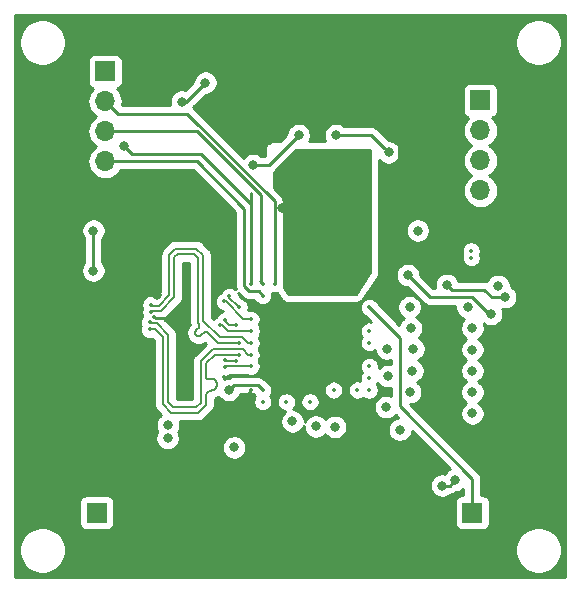
<source format=gbl>
G04 #@! TF.GenerationSoftware,KiCad,Pcbnew,(5.1.4)-1*
G04 #@! TF.CreationDate,2019-08-25T20:49:14+02:00*
G04 #@! TF.ProjectId,ToF_camera_VGA,546f465f-6361-46d6-9572-615f5647412e,rev?*
G04 #@! TF.SameCoordinates,Original*
G04 #@! TF.FileFunction,Copper,L4,Bot*
G04 #@! TF.FilePolarity,Positive*
%FSLAX46Y46*%
G04 Gerber Fmt 4.6, Leading zero omitted, Abs format (unit mm)*
G04 Created by KiCad (PCBNEW (5.1.4)-1) date 2019-08-25 20:49:14*
%MOMM*%
%LPD*%
G04 APERTURE LIST*
%ADD10R,1.700000X1.700000*%
%ADD11O,1.700000X1.700000*%
%ADD12C,0.800000*%
%ADD13C,0.350000*%
%ADD14C,0.250000*%
%ADD15C,1.000000*%
%ADD16C,0.152400*%
%ADD17C,0.200000*%
%ADD18C,0.254000*%
G04 APERTURE END LIST*
D10*
X123460000Y-86000000D03*
D11*
X126000000Y-86000000D03*
X128540000Y-86000000D03*
X131080000Y-86000000D03*
D10*
X131080000Y-88900000D03*
D11*
X131080000Y-91440000D03*
X131080000Y-93980000D03*
X131080000Y-96520000D03*
D10*
X98600000Y-123800000D03*
X99310000Y-86450000D03*
D11*
X99310000Y-88990000D03*
X99310000Y-91530000D03*
X99310000Y-94070000D03*
D10*
X130400000Y-123800000D03*
D12*
X107800000Y-87400000D03*
X105800000Y-89000000D03*
X127850000Y-121520000D03*
X128950000Y-121040000D03*
X130400000Y-115400000D03*
X130400000Y-113600000D03*
X130400000Y-111800000D03*
X130400000Y-110000000D03*
X130400000Y-108200000D03*
X130000000Y-106400000D03*
D13*
X130310000Y-101640000D03*
X130310000Y-102220000D03*
D12*
X123230000Y-112250000D03*
X132600000Y-104600000D03*
D13*
X121660000Y-112430000D03*
X120660000Y-113430000D03*
X118660000Y-113430000D03*
D12*
X110240000Y-118280000D03*
D13*
X121660000Y-109430000D03*
D12*
X125190000Y-108200000D03*
D13*
X121660000Y-113430000D03*
D12*
X125140000Y-113600000D03*
X123170000Y-109930000D03*
X125410000Y-109940000D03*
D13*
X121660000Y-108430000D03*
D12*
X125100000Y-106400000D03*
D13*
X121660000Y-111430000D03*
D12*
X125330000Y-111800000D03*
D13*
X112660000Y-114430000D03*
D12*
X117150000Y-116510000D03*
X132000000Y-106980000D03*
X124950000Y-103710000D03*
D13*
X105790000Y-110250000D03*
X105810000Y-112020000D03*
X105120000Y-107370000D03*
X103490000Y-107250000D03*
X106160000Y-104470000D03*
D12*
X107080000Y-122290000D03*
X110430000Y-122210000D03*
X115730000Y-122700000D03*
X99990000Y-103210000D03*
X103710000Y-105370000D03*
X124600000Y-95980000D03*
D13*
X111660000Y-113430000D03*
X113660000Y-111430000D03*
X114660000Y-111430000D03*
X114660000Y-112430000D03*
X115660000Y-112430000D03*
X116660000Y-112430000D03*
X117660000Y-112430000D03*
X118660000Y-112430000D03*
X119660000Y-112430000D03*
X119660000Y-114430000D03*
X118660000Y-114430000D03*
X120660000Y-114430000D03*
X121980000Y-114930000D03*
X119930000Y-115700000D03*
X120680000Y-115700000D03*
X119660000Y-111430000D03*
X118660000Y-111430000D03*
X117660000Y-111430000D03*
X116660000Y-111430000D03*
X115660000Y-111430000D03*
X115660000Y-110430000D03*
X114660000Y-110430000D03*
X113660000Y-110430000D03*
X113660000Y-109430000D03*
X114660000Y-109430000D03*
X115660000Y-109430000D03*
X116660000Y-109430000D03*
X119660000Y-110430000D03*
X118660000Y-110430000D03*
X117660000Y-110430000D03*
X116660000Y-110430000D03*
X119660000Y-109430000D03*
X118660000Y-109430000D03*
X119660000Y-108430000D03*
X118660000Y-108430000D03*
X117660000Y-109430000D03*
X117660000Y-108430000D03*
X119660000Y-106430000D03*
X118660000Y-106430000D03*
X119660000Y-107430000D03*
X118660000Y-107430000D03*
X117660000Y-106430000D03*
X117660000Y-107430000D03*
X116660000Y-106430000D03*
X116660000Y-107430000D03*
X115660000Y-106430000D03*
X115660000Y-107430000D03*
X116660000Y-108430000D03*
X115660000Y-108430000D03*
X114660000Y-108430000D03*
X113660000Y-108430000D03*
X113660000Y-107430000D03*
X114660000Y-107430000D03*
X114660000Y-106430000D03*
D12*
X108890000Y-118810000D03*
X123100000Y-114870000D03*
X124260000Y-116790000D03*
D13*
X116660000Y-114430000D03*
D12*
X118770000Y-116540000D03*
X125780000Y-99930000D03*
D13*
X121660000Y-106430000D03*
D12*
X128240000Y-104530000D03*
X133170000Y-105560000D03*
X111849998Y-94390000D03*
X115703077Y-91855414D03*
X123320000Y-93300000D03*
X118860000Y-91849998D03*
D13*
X114660000Y-104430000D03*
X115660000Y-104430000D03*
X116660000Y-104430000D03*
X117660000Y-104430000D03*
X118660000Y-104430000D03*
X119660000Y-104430000D03*
X120660000Y-104430000D03*
D12*
X114300000Y-98000000D03*
X115300000Y-98000000D03*
X116200000Y-98000000D03*
X117200000Y-98000000D03*
X118100000Y-98000000D03*
X118700000Y-98800000D03*
X116400000Y-94900000D03*
X118300000Y-94900000D03*
X115400000Y-94900000D03*
X119200000Y-94900000D03*
X117300000Y-94900000D03*
X120200000Y-94900000D03*
D13*
X112660000Y-113430000D03*
D12*
X109790000Y-113420000D03*
D13*
X111660000Y-111430000D03*
X109460000Y-111480000D03*
X110360000Y-110930000D03*
X109460000Y-110880000D03*
X110660000Y-106430000D03*
X109832133Y-105497867D03*
X111660000Y-107430000D03*
X109407867Y-105922133D03*
X111660000Y-110430000D03*
X103075002Y-107700000D03*
X110650000Y-110440000D03*
X103075002Y-108300000D03*
X110390000Y-107930000D03*
X109502133Y-107497867D03*
X111670000Y-108430000D03*
X109077867Y-107922133D03*
X111660000Y-109430000D03*
X103190000Y-106200000D03*
X110630000Y-109460000D03*
X103190000Y-106800000D03*
D12*
X98310000Y-103320000D03*
X98320000Y-99930000D03*
D13*
X111660000Y-104430000D03*
D12*
X100940000Y-92800000D03*
D13*
X113660000Y-104430000D03*
X112660000Y-104430000D03*
X112660000Y-105430000D03*
D12*
X115160000Y-116080000D03*
X104610000Y-117510000D03*
D13*
X114660000Y-114430000D03*
D12*
X104630000Y-116410000D03*
D14*
X107800000Y-87400000D02*
X106200000Y-89000000D01*
X106200000Y-89000000D02*
X105800000Y-89000000D01*
X127850000Y-121520000D02*
X128470000Y-121520000D01*
X128470000Y-121520000D02*
X128950000Y-121040000D01*
X127025685Y-105550000D02*
X130380000Y-105550000D01*
X131810000Y-106980000D02*
X132000000Y-106980000D01*
X130380000Y-105550000D02*
X131810000Y-106980000D01*
X127025685Y-105550000D02*
X126790000Y-105550000D01*
X126790000Y-105550000D02*
X124950000Y-103710000D01*
X105790000Y-110250000D02*
X105790000Y-112000000D01*
X105790000Y-112000000D02*
X105810000Y-112020000D01*
X105120000Y-107370000D02*
X103610000Y-107370000D01*
X103610000Y-107370000D02*
X103490000Y-107250000D01*
X107080000Y-122290000D02*
X110350000Y-122290000D01*
X110350000Y-122290000D02*
X110430000Y-122210000D01*
X110920000Y-122700000D02*
X110430000Y-122210000D01*
X115730000Y-122700000D02*
X110920000Y-122700000D01*
X99590001Y-103609999D02*
X99590001Y-104089999D01*
X99990000Y-103210000D02*
X99590001Y-103609999D01*
X99590001Y-104089999D02*
X100870002Y-105370000D01*
X100870002Y-105370000D02*
X103710000Y-105370000D01*
D15*
X124600000Y-87400000D02*
X126000000Y-86000000D01*
X124600000Y-95980000D02*
X124600000Y-87400000D01*
D14*
X111485001Y-121154999D02*
X110430000Y-122210000D01*
X111660000Y-113430000D02*
X111485001Y-113604999D01*
X111485001Y-113604999D02*
X111485001Y-121154999D01*
X113660000Y-111430000D02*
X114660000Y-111430000D01*
X114660000Y-112430000D02*
X115660000Y-112430000D01*
X116660000Y-112430000D02*
X117660000Y-112430000D01*
X118660000Y-112430000D02*
X119660000Y-112430000D01*
X119660000Y-114430000D02*
X118660000Y-114430000D01*
X120660000Y-114430000D02*
X121480000Y-114430000D01*
X121480000Y-114430000D02*
X121980000Y-114930000D01*
X119930000Y-115700000D02*
X120680000Y-115700000D01*
X119660000Y-111430000D02*
X118660000Y-111430000D01*
X117660000Y-111430000D02*
X116660000Y-111430000D01*
X115660000Y-111430000D02*
X115660000Y-110430000D01*
X114660000Y-110430000D02*
X113660000Y-110430000D01*
X113660000Y-109430000D02*
X114660000Y-109430000D01*
X115660000Y-109430000D02*
X116660000Y-109430000D01*
X119660000Y-110430000D02*
X118660000Y-110430000D01*
X117660000Y-110430000D02*
X116660000Y-110430000D01*
X119660000Y-109430000D02*
X118660000Y-109430000D01*
X119660000Y-108430000D02*
X118660000Y-108430000D01*
X117660000Y-109430000D02*
X117660000Y-108430000D01*
X119660000Y-106430000D02*
X118660000Y-106430000D01*
X119660000Y-107430000D02*
X118660000Y-107430000D01*
X117660000Y-106430000D02*
X117660000Y-107430000D01*
X116660000Y-106430000D02*
X116660000Y-107430000D01*
X115660000Y-106430000D02*
X115660000Y-107430000D01*
X116660000Y-108430000D02*
X115660000Y-108430000D01*
X114660000Y-108430000D02*
X113660000Y-108430000D01*
X113660000Y-107430000D02*
X114660000Y-107430000D01*
X114660000Y-106430000D02*
X114660000Y-107430000D01*
X110430000Y-122210000D02*
X110430000Y-121040000D01*
X110430000Y-121040000D02*
X108890000Y-119500000D01*
X108890000Y-119500000D02*
X108890000Y-118810000D01*
X130400000Y-120960000D02*
X130400000Y-123800000D01*
X124240000Y-114800000D02*
X130400000Y-120960000D01*
X121660000Y-106430000D02*
X124240000Y-109010000D01*
X124240000Y-109010000D02*
X124240000Y-114800000D01*
X128639999Y-104929999D02*
X131429999Y-104929999D01*
X128240000Y-104530000D02*
X128639999Y-104929999D01*
X131429999Y-104929999D02*
X132060000Y-105560000D01*
X132060000Y-105560000D02*
X133170000Y-105560000D01*
X115303078Y-92255413D02*
X115703077Y-91855414D01*
X113168491Y-94390000D02*
X115303078Y-92255413D01*
X111849998Y-94390000D02*
X113168491Y-94390000D01*
X122920001Y-92900001D02*
X122910001Y-92900001D01*
X123320000Y-93300000D02*
X122920001Y-92900001D01*
X122910001Y-92900001D02*
X121859998Y-91849998D01*
X121859998Y-91849998D02*
X118860000Y-91849998D01*
X114660000Y-103130000D02*
X114660000Y-104430000D01*
X115660000Y-104430000D02*
X115660000Y-103130000D01*
X115660000Y-103130000D02*
X114660000Y-103130000D01*
X116660000Y-104430000D02*
X116660000Y-103090000D01*
X116620000Y-103130000D02*
X115660000Y-103130000D01*
X116660000Y-103090000D02*
X116620000Y-103130000D01*
X117660000Y-104430000D02*
X117660000Y-103120000D01*
X117630000Y-103090000D02*
X116660000Y-103090000D01*
X117660000Y-103120000D02*
X117630000Y-103090000D01*
X119660000Y-104430000D02*
X119660000Y-103250000D01*
X119660000Y-103250000D02*
X119530000Y-103120000D01*
X118660000Y-103150000D02*
X118630000Y-103120000D01*
X118660000Y-104430000D02*
X118660000Y-103150000D01*
X119530000Y-103120000D02*
X118630000Y-103120000D01*
X118630000Y-103120000D02*
X117660000Y-103120000D01*
X120660000Y-104430000D02*
X120660000Y-103160000D01*
X120570000Y-103250000D02*
X119660000Y-103250000D01*
X120660000Y-103160000D02*
X120570000Y-103250000D01*
X114400000Y-98000000D02*
X115400000Y-98000000D01*
X116300000Y-98000000D02*
X117300000Y-98000000D01*
X118200000Y-98000000D02*
X119200000Y-98000000D01*
X109790000Y-113420000D02*
X110189999Y-113020001D01*
X110189999Y-113020001D02*
X112250001Y-113020001D01*
X112485001Y-113255001D02*
X112660000Y-113430000D01*
X112250001Y-113020001D02*
X112485001Y-113255001D01*
D16*
X111660000Y-111430000D02*
X111412513Y-111430000D01*
D17*
X111412513Y-111430000D02*
X111387513Y-111405000D01*
X111387513Y-111405000D02*
X109535000Y-111405000D01*
X109535000Y-111405000D02*
X109460000Y-111480000D01*
D16*
X110360000Y-110930000D02*
X110180000Y-110930000D01*
D17*
X109535000Y-110955000D02*
X109460000Y-110880000D01*
X110155000Y-110955000D02*
X109535000Y-110955000D01*
X110180000Y-110930000D02*
X110155000Y-110955000D01*
X110538200Y-106310000D02*
X109832133Y-105603934D01*
X109832133Y-105603934D02*
X109832133Y-105497867D01*
X110540000Y-106310000D02*
X110538200Y-106310000D01*
X110660000Y-106430000D02*
X110540000Y-106310000D01*
X111021800Y-107429999D02*
X109513934Y-105922133D01*
X111660000Y-107430000D02*
X111021800Y-107429999D01*
X109513934Y-105922133D02*
X109407867Y-105922133D01*
X108406800Y-109985000D02*
X107405000Y-110986800D01*
X110967512Y-109985000D02*
X108406800Y-109985000D01*
X111412513Y-110430000D02*
X110967512Y-109985000D01*
X111660000Y-110430000D02*
X111412513Y-110430000D01*
X107405000Y-110986800D02*
X107405000Y-114486800D01*
X107405000Y-114486800D02*
X106986800Y-114905000D01*
X104645000Y-108736800D02*
X103683200Y-107775000D01*
X103683200Y-107775000D02*
X103150002Y-107775000D01*
X103150002Y-107775000D02*
X103075002Y-107700000D01*
X106986800Y-114905000D02*
X105093200Y-114905000D01*
X105093200Y-114905000D02*
X104645000Y-114456800D01*
X104645000Y-114456800D02*
X104645000Y-108736800D01*
X103150002Y-108225000D02*
X103075002Y-108300000D01*
X104195000Y-108923200D02*
X103496800Y-108225000D01*
X104195000Y-114643200D02*
X104195000Y-108923200D01*
X103496800Y-108225000D02*
X103150002Y-108225000D01*
X104906800Y-115355000D02*
X104195000Y-114643200D01*
X107173200Y-115355000D02*
X104906800Y-115355000D01*
X107855000Y-114673200D02*
X107173200Y-115355000D01*
X108111465Y-113504863D02*
X108025569Y-113558835D01*
X108207217Y-113471358D02*
X108111465Y-113504863D01*
X108408832Y-113448641D02*
X108207217Y-113471358D01*
X108025569Y-113558835D02*
X107953836Y-113630568D01*
X108504584Y-113415136D02*
X108408832Y-113448641D01*
X108590480Y-113361164D02*
X108504584Y-113415136D01*
X108662213Y-113289431D02*
X108590480Y-113361164D01*
X108716185Y-113203535D02*
X108662213Y-113289431D01*
X108749690Y-113107783D02*
X108716185Y-113203535D01*
X107855000Y-112385000D02*
X107930000Y-112460000D01*
X107855000Y-111173200D02*
X107855000Y-112385000D01*
X107866359Y-113812216D02*
X107855000Y-113913024D01*
X108593200Y-110435000D02*
X107855000Y-111173200D01*
X110440000Y-110440000D02*
X110435000Y-110435000D01*
X107855000Y-113913024D02*
X107855000Y-114673200D01*
X110650000Y-110440000D02*
X110440000Y-110440000D01*
X108716185Y-112716464D02*
X108749690Y-112812216D01*
X107930000Y-112460000D02*
X108308024Y-112460000D01*
X108308024Y-112460000D02*
X108408832Y-112471358D01*
X108761048Y-112913024D02*
X108761048Y-113006976D01*
X108408832Y-112471358D02*
X108504584Y-112504863D01*
X107899864Y-113716464D02*
X107866359Y-113812216D01*
X108504584Y-112504863D02*
X108590480Y-112558835D01*
X110435000Y-110435000D02*
X108593200Y-110435000D01*
X108590480Y-112558835D02*
X108662213Y-112630568D01*
X107953836Y-113630568D02*
X107899864Y-113716464D01*
X108662213Y-112630568D02*
X108716185Y-112716464D01*
X108749690Y-112812216D02*
X108761048Y-112913024D01*
X108761048Y-113006976D02*
X108749690Y-113107783D01*
X110390000Y-107930000D02*
X109828199Y-107930000D01*
X109502133Y-107603934D02*
X109502133Y-107497867D01*
X109828199Y-107930000D02*
X109502133Y-107603934D01*
X111670000Y-108430000D02*
X109691801Y-108430000D01*
X109183934Y-107922133D02*
X109077867Y-107922133D01*
X109691801Y-108430000D02*
X109183934Y-107922133D01*
X110927513Y-108975000D02*
X110942513Y-108960000D01*
X111412513Y-109430000D02*
X111660000Y-109430000D01*
X109023200Y-108975000D02*
X110927513Y-108975000D01*
X107635000Y-107586800D02*
X109023200Y-108975000D01*
X110942513Y-108960000D02*
X111412513Y-109430000D01*
X107635000Y-102036800D02*
X107635000Y-107586800D01*
X104725000Y-101978600D02*
X105253600Y-101450000D01*
X103190000Y-106200000D02*
X103265000Y-106275000D01*
X103265000Y-106275000D02*
X103836800Y-106275000D01*
X103836800Y-106275000D02*
X104725000Y-105386800D01*
X104725000Y-105386800D02*
X104725000Y-101978600D01*
X105253600Y-101450000D02*
X107048200Y-101450000D01*
X107048200Y-101450000D02*
X107635000Y-102036800D01*
X108871800Y-109460000D02*
X110630000Y-109460000D01*
X108033528Y-108621728D02*
X108871800Y-109460000D01*
X107981005Y-108579841D02*
X108033528Y-108621728D01*
X107920479Y-108550694D02*
X107981005Y-108579841D01*
X107185000Y-108197464D02*
X107010044Y-108372419D01*
X107123092Y-108867715D02*
X107188586Y-108882664D01*
X107226885Y-108144941D02*
X107185000Y-108197464D01*
X107256032Y-108084415D02*
X107226885Y-108144941D01*
X105443200Y-101900000D02*
X106861800Y-101900000D01*
X107256032Y-107886248D02*
X107270981Y-107951742D01*
X105175000Y-105573200D02*
X105175000Y-102168200D01*
X107270981Y-107951742D02*
X107270981Y-108018921D01*
X107188586Y-108882664D02*
X107255765Y-108882664D01*
X107226885Y-107825722D02*
X107256032Y-107886248D01*
X107185000Y-107773200D02*
X107226885Y-107825722D01*
X107270981Y-108018921D02*
X107256032Y-108084415D01*
X107185000Y-102223200D02*
X107185000Y-107773200D01*
X106861800Y-101900000D02*
X107185000Y-102223200D01*
X103265000Y-106725000D02*
X104023200Y-106725000D01*
X103190000Y-106800000D02*
X103265000Y-106725000D01*
X107255765Y-108882664D02*
X107321259Y-108867715D01*
X104023200Y-106725000D02*
X105175000Y-105573200D01*
X105175000Y-102168200D02*
X105443200Y-101900000D01*
X107010044Y-108372419D02*
X106968158Y-108424942D01*
X107010044Y-108796683D02*
X107062566Y-108838568D01*
X106968158Y-108424942D02*
X106939011Y-108485468D01*
X106939011Y-108485468D02*
X106924062Y-108550962D01*
X106924062Y-108550962D02*
X106924062Y-108618141D01*
X106924062Y-108618141D02*
X106939011Y-108683635D01*
X106939011Y-108683635D02*
X106968158Y-108744161D01*
X106968158Y-108744161D02*
X107010044Y-108796683D01*
X107062566Y-108838568D02*
X107123092Y-108867715D01*
X107321259Y-108867715D02*
X107381785Y-108838568D01*
X107381785Y-108838568D02*
X107434308Y-108796683D01*
X107434308Y-108796683D02*
X107609263Y-108621727D01*
X107609263Y-108621727D02*
X107661786Y-108579841D01*
X107661786Y-108579841D02*
X107722312Y-108550694D01*
X107722312Y-108550694D02*
X107787806Y-108535745D01*
X107787806Y-108535745D02*
X107854985Y-108535745D01*
X107854985Y-108535745D02*
X107920479Y-108550694D01*
D14*
X98320000Y-103310000D02*
X98310000Y-103320000D01*
X98320000Y-99930000D02*
X98320000Y-103310000D01*
X111660000Y-104430000D02*
X111660000Y-103910000D01*
X111660000Y-96730000D02*
X111660000Y-96720000D01*
X111660000Y-97410000D02*
X111660000Y-97320000D01*
X111660000Y-97410000D02*
X111660000Y-96730000D01*
X111660000Y-97410000D02*
X111660000Y-97360000D01*
X111660000Y-97760000D02*
X111660000Y-97690000D01*
X111660000Y-103910000D02*
X111660000Y-97760000D01*
X111660000Y-97760000D02*
X111660000Y-97410000D01*
X111660000Y-97690000D02*
X107430000Y-93460000D01*
X107430000Y-93460000D02*
X101600000Y-93460000D01*
X101600000Y-93460000D02*
X100940000Y-92800000D01*
X100380000Y-90060000D02*
X100159999Y-89839999D01*
X100159999Y-89839999D02*
X99310000Y-88990000D01*
X106272821Y-90060000D02*
X100380000Y-90060000D01*
X113660000Y-97447179D02*
X106272821Y-90060000D01*
X113660000Y-104430000D02*
X113660000Y-97447179D01*
X112660000Y-104430000D02*
X112485001Y-104255001D01*
X112485001Y-104255001D02*
X112460000Y-104230000D01*
X107106410Y-91530000D02*
X100512081Y-91530000D01*
X112485001Y-104255001D02*
X112485001Y-96908591D01*
X112485001Y-96908591D02*
X107106410Y-91530000D01*
X100512081Y-91530000D02*
X99310000Y-91530000D01*
X112660000Y-105430000D02*
X112300000Y-105070000D01*
X112300000Y-105070000D02*
X111510000Y-105070000D01*
X111510000Y-105070000D02*
X111100000Y-104660000D01*
X111100000Y-104660000D02*
X111100000Y-98070000D01*
X107100000Y-94070000D02*
X99310000Y-94070000D01*
X111100000Y-98070000D02*
X107100000Y-94070000D01*
D18*
G36*
X121773000Y-103460711D02*
G01*
X120533013Y-105273000D01*
X114769998Y-105273000D01*
X114418247Y-104716061D01*
X114438872Y-104666268D01*
X114470000Y-104509778D01*
X114470000Y-104350222D01*
X114438872Y-104193732D01*
X114420000Y-104148171D01*
X114420000Y-97484504D01*
X114423676Y-97447179D01*
X114420000Y-97409854D01*
X114420000Y-97409846D01*
X114409003Y-97298193D01*
X114365546Y-97154932D01*
X114294974Y-97022903D01*
X114200001Y-96907178D01*
X114171003Y-96883380D01*
X113627000Y-96339377D01*
X113627000Y-94996880D01*
X113708492Y-94930001D01*
X113732295Y-94900997D01*
X115506293Y-93127000D01*
X121773000Y-93127000D01*
X121773000Y-103460711D01*
X121773000Y-103460711D01*
G37*
X121773000Y-103460711D02*
X120533013Y-105273000D01*
X114769998Y-105273000D01*
X114418247Y-104716061D01*
X114438872Y-104666268D01*
X114470000Y-104509778D01*
X114470000Y-104350222D01*
X114438872Y-104193732D01*
X114420000Y-104148171D01*
X114420000Y-97484504D01*
X114423676Y-97447179D01*
X114420000Y-97409854D01*
X114420000Y-97409846D01*
X114409003Y-97298193D01*
X114365546Y-97154932D01*
X114294974Y-97022903D01*
X114200001Y-96907178D01*
X114171003Y-96883380D01*
X113627000Y-96339377D01*
X113627000Y-94996880D01*
X113708492Y-94930001D01*
X113732295Y-94900997D01*
X115506293Y-93127000D01*
X121773000Y-93127000D01*
X121773000Y-103460711D01*
G36*
X138290000Y-129290000D02*
G01*
X91710000Y-129290000D01*
X91710000Y-126804495D01*
X92015000Y-126804495D01*
X92015000Y-127195505D01*
X92091282Y-127579003D01*
X92240915Y-127940250D01*
X92458149Y-128265364D01*
X92734636Y-128541851D01*
X93059750Y-128759085D01*
X93420997Y-128908718D01*
X93804495Y-128985000D01*
X94195505Y-128985000D01*
X94579003Y-128908718D01*
X94940250Y-128759085D01*
X95265364Y-128541851D01*
X95541851Y-128265364D01*
X95759085Y-127940250D01*
X95908718Y-127579003D01*
X95985000Y-127195505D01*
X95985000Y-126804495D01*
X134015000Y-126804495D01*
X134015000Y-127195505D01*
X134091282Y-127579003D01*
X134240915Y-127940250D01*
X134458149Y-128265364D01*
X134734636Y-128541851D01*
X135059750Y-128759085D01*
X135420997Y-128908718D01*
X135804495Y-128985000D01*
X136195505Y-128985000D01*
X136579003Y-128908718D01*
X136940250Y-128759085D01*
X137265364Y-128541851D01*
X137541851Y-128265364D01*
X137759085Y-127940250D01*
X137908718Y-127579003D01*
X137985000Y-127195505D01*
X137985000Y-126804495D01*
X137908718Y-126420997D01*
X137759085Y-126059750D01*
X137541851Y-125734636D01*
X137265364Y-125458149D01*
X136940250Y-125240915D01*
X136579003Y-125091282D01*
X136195505Y-125015000D01*
X135804495Y-125015000D01*
X135420997Y-125091282D01*
X135059750Y-125240915D01*
X134734636Y-125458149D01*
X134458149Y-125734636D01*
X134240915Y-126059750D01*
X134091282Y-126420997D01*
X134015000Y-126804495D01*
X95985000Y-126804495D01*
X95908718Y-126420997D01*
X95759085Y-126059750D01*
X95541851Y-125734636D01*
X95265364Y-125458149D01*
X94940250Y-125240915D01*
X94579003Y-125091282D01*
X94195505Y-125015000D01*
X93804495Y-125015000D01*
X93420997Y-125091282D01*
X93059750Y-125240915D01*
X92734636Y-125458149D01*
X92458149Y-125734636D01*
X92240915Y-126059750D01*
X92091282Y-126420997D01*
X92015000Y-126804495D01*
X91710000Y-126804495D01*
X91710000Y-122950000D01*
X97111928Y-122950000D01*
X97111928Y-124650000D01*
X97124188Y-124774482D01*
X97160498Y-124894180D01*
X97219463Y-125004494D01*
X97298815Y-125101185D01*
X97395506Y-125180537D01*
X97505820Y-125239502D01*
X97625518Y-125275812D01*
X97750000Y-125288072D01*
X99450000Y-125288072D01*
X99574482Y-125275812D01*
X99694180Y-125239502D01*
X99804494Y-125180537D01*
X99901185Y-125101185D01*
X99980537Y-125004494D01*
X100039502Y-124894180D01*
X100075812Y-124774482D01*
X100088072Y-124650000D01*
X100088072Y-122950000D01*
X100075812Y-122825518D01*
X100039502Y-122705820D01*
X99980537Y-122595506D01*
X99901185Y-122498815D01*
X99804494Y-122419463D01*
X99694180Y-122360498D01*
X99574482Y-122324188D01*
X99450000Y-122311928D01*
X97750000Y-122311928D01*
X97625518Y-122324188D01*
X97505820Y-122360498D01*
X97395506Y-122419463D01*
X97298815Y-122498815D01*
X97219463Y-122595506D01*
X97160498Y-122705820D01*
X97124188Y-122825518D01*
X97111928Y-122950000D01*
X91710000Y-122950000D01*
X91710000Y-103218061D01*
X97275000Y-103218061D01*
X97275000Y-103421939D01*
X97314774Y-103621898D01*
X97392795Y-103810256D01*
X97506063Y-103979774D01*
X97650226Y-104123937D01*
X97819744Y-104237205D01*
X98008102Y-104315226D01*
X98208061Y-104355000D01*
X98411939Y-104355000D01*
X98611898Y-104315226D01*
X98800256Y-104237205D01*
X98969774Y-104123937D01*
X99113937Y-103979774D01*
X99227205Y-103810256D01*
X99305226Y-103621898D01*
X99345000Y-103421939D01*
X99345000Y-103218061D01*
X99305226Y-103018102D01*
X99227205Y-102829744D01*
X99113937Y-102660226D01*
X99080000Y-102626289D01*
X99080000Y-100633711D01*
X99123937Y-100589774D01*
X99237205Y-100420256D01*
X99315226Y-100231898D01*
X99355000Y-100031939D01*
X99355000Y-99828061D01*
X99315226Y-99628102D01*
X99237205Y-99439744D01*
X99123937Y-99270226D01*
X98979774Y-99126063D01*
X98810256Y-99012795D01*
X98621898Y-98934774D01*
X98421939Y-98895000D01*
X98218061Y-98895000D01*
X98018102Y-98934774D01*
X97829744Y-99012795D01*
X97660226Y-99126063D01*
X97516063Y-99270226D01*
X97402795Y-99439744D01*
X97324774Y-99628102D01*
X97285000Y-99828061D01*
X97285000Y-100031939D01*
X97324774Y-100231898D01*
X97402795Y-100420256D01*
X97516063Y-100589774D01*
X97560000Y-100633711D01*
X97560001Y-102606288D01*
X97506063Y-102660226D01*
X97392795Y-102829744D01*
X97314774Y-103018102D01*
X97275000Y-103218061D01*
X91710000Y-103218061D01*
X91710000Y-88990000D01*
X97817815Y-88990000D01*
X97846487Y-89281111D01*
X97931401Y-89561034D01*
X98069294Y-89819014D01*
X98254866Y-90045134D01*
X98480986Y-90230706D01*
X98535791Y-90260000D01*
X98480986Y-90289294D01*
X98254866Y-90474866D01*
X98069294Y-90700986D01*
X97931401Y-90958966D01*
X97846487Y-91238889D01*
X97817815Y-91530000D01*
X97846487Y-91821111D01*
X97931401Y-92101034D01*
X98069294Y-92359014D01*
X98254866Y-92585134D01*
X98480986Y-92770706D01*
X98535791Y-92800000D01*
X98480986Y-92829294D01*
X98254866Y-93014866D01*
X98069294Y-93240986D01*
X97931401Y-93498966D01*
X97846487Y-93778889D01*
X97817815Y-94070000D01*
X97846487Y-94361111D01*
X97931401Y-94641034D01*
X98069294Y-94899014D01*
X98254866Y-95125134D01*
X98480986Y-95310706D01*
X98738966Y-95448599D01*
X99018889Y-95533513D01*
X99237050Y-95555000D01*
X99382950Y-95555000D01*
X99601111Y-95533513D01*
X99881034Y-95448599D01*
X100139014Y-95310706D01*
X100365134Y-95125134D01*
X100550706Y-94899014D01*
X100587595Y-94830000D01*
X106785199Y-94830000D01*
X110340001Y-98384803D01*
X110340000Y-104622677D01*
X110336324Y-104660000D01*
X110340000Y-104697322D01*
X110340000Y-104697332D01*
X110350997Y-104808985D01*
X110378095Y-104898316D01*
X110348478Y-104868699D01*
X110215812Y-104780055D01*
X110068401Y-104718995D01*
X109911911Y-104687867D01*
X109752355Y-104687867D01*
X109595865Y-104718995D01*
X109448454Y-104780055D01*
X109315788Y-104868699D01*
X109202965Y-104981522D01*
X109114321Y-105114188D01*
X109087922Y-105177922D01*
X109024188Y-105204321D01*
X108891522Y-105292965D01*
X108778699Y-105405788D01*
X108690055Y-105538454D01*
X108628995Y-105685865D01*
X108597867Y-105842355D01*
X108597867Y-106001911D01*
X108628995Y-106158401D01*
X108690055Y-106305812D01*
X108778699Y-106438478D01*
X108891522Y-106551301D01*
X109024188Y-106639945D01*
X109171599Y-106701005D01*
X109264624Y-106719509D01*
X109118454Y-106780055D01*
X108985788Y-106868699D01*
X108872965Y-106981522D01*
X108784321Y-107114188D01*
X108757922Y-107177922D01*
X108694188Y-107204321D01*
X108561522Y-107292965D01*
X108471067Y-107383420D01*
X108370000Y-107282354D01*
X108370000Y-102072905D01*
X108373556Y-102036800D01*
X108359365Y-101892715D01*
X108317337Y-101754166D01*
X108249087Y-101626480D01*
X108180253Y-101542606D01*
X108180250Y-101542603D01*
X108157237Y-101514562D01*
X108129197Y-101491550D01*
X107593458Y-100955812D01*
X107570438Y-100927762D01*
X107458520Y-100835913D01*
X107330833Y-100767663D01*
X107192285Y-100725635D01*
X107084305Y-100715000D01*
X107048200Y-100711444D01*
X107012095Y-100715000D01*
X105289694Y-100715000D01*
X105253599Y-100711445D01*
X105217504Y-100715000D01*
X105217495Y-100715000D01*
X105109515Y-100725635D01*
X104970967Y-100767663D01*
X104843280Y-100835913D01*
X104731362Y-100927762D01*
X104708346Y-100955808D01*
X104230808Y-101433346D01*
X104202763Y-101456362D01*
X104110914Y-101568280D01*
X104079806Y-101626480D01*
X104042664Y-101695967D01*
X104000635Y-101834515D01*
X103986444Y-101978600D01*
X103990001Y-102014715D01*
X103990000Y-105082353D01*
X103583562Y-105488792D01*
X103573679Y-105482188D01*
X103426268Y-105421128D01*
X103269778Y-105390000D01*
X103110222Y-105390000D01*
X102953732Y-105421128D01*
X102806321Y-105482188D01*
X102673655Y-105570832D01*
X102560832Y-105683655D01*
X102472188Y-105816321D01*
X102411128Y-105963732D01*
X102380000Y-106120222D01*
X102380000Y-106279778D01*
X102411128Y-106436268D01*
X102437527Y-106500000D01*
X102411128Y-106563732D01*
X102380000Y-106720222D01*
X102380000Y-106879778D01*
X102411128Y-107036268D01*
X102464462Y-107165027D01*
X102445834Y-107183655D01*
X102357190Y-107316321D01*
X102296130Y-107463732D01*
X102265002Y-107620222D01*
X102265002Y-107779778D01*
X102296130Y-107936268D01*
X102322529Y-108000000D01*
X102296130Y-108063732D01*
X102265002Y-108220222D01*
X102265002Y-108379778D01*
X102296130Y-108536268D01*
X102357190Y-108683679D01*
X102445834Y-108816345D01*
X102558657Y-108929168D01*
X102691323Y-109017812D01*
X102838734Y-109078872D01*
X102995224Y-109110000D01*
X103154780Y-109110000D01*
X103311233Y-109078879D01*
X103460001Y-109227648D01*
X103460000Y-114607095D01*
X103456444Y-114643200D01*
X103460000Y-114679304D01*
X103470635Y-114787284D01*
X103512663Y-114925832D01*
X103580913Y-115053519D01*
X103672762Y-115165437D01*
X103700808Y-115188454D01*
X104059060Y-115546706D01*
X103970226Y-115606063D01*
X103826063Y-115750226D01*
X103712795Y-115919744D01*
X103634774Y-116108102D01*
X103595000Y-116308061D01*
X103595000Y-116511939D01*
X103634774Y-116711898D01*
X103712795Y-116900256D01*
X103742715Y-116945034D01*
X103692795Y-117019744D01*
X103614774Y-117208102D01*
X103575000Y-117408061D01*
X103575000Y-117611939D01*
X103614774Y-117811898D01*
X103692795Y-118000256D01*
X103806063Y-118169774D01*
X103950226Y-118313937D01*
X104119744Y-118427205D01*
X104308102Y-118505226D01*
X104508061Y-118545000D01*
X104711939Y-118545000D01*
X104911898Y-118505226D01*
X105100256Y-118427205D01*
X105269774Y-118313937D01*
X105405650Y-118178061D01*
X109205000Y-118178061D01*
X109205000Y-118381939D01*
X109244774Y-118581898D01*
X109322795Y-118770256D01*
X109436063Y-118939774D01*
X109580226Y-119083937D01*
X109749744Y-119197205D01*
X109938102Y-119275226D01*
X110138061Y-119315000D01*
X110341939Y-119315000D01*
X110541898Y-119275226D01*
X110730256Y-119197205D01*
X110899774Y-119083937D01*
X111043937Y-118939774D01*
X111157205Y-118770256D01*
X111235226Y-118581898D01*
X111275000Y-118381939D01*
X111275000Y-118178061D01*
X111235226Y-117978102D01*
X111157205Y-117789744D01*
X111043937Y-117620226D01*
X110899774Y-117476063D01*
X110730256Y-117362795D01*
X110541898Y-117284774D01*
X110341939Y-117245000D01*
X110138061Y-117245000D01*
X109938102Y-117284774D01*
X109749744Y-117362795D01*
X109580226Y-117476063D01*
X109436063Y-117620226D01*
X109322795Y-117789744D01*
X109244774Y-117978102D01*
X109205000Y-118178061D01*
X105405650Y-118178061D01*
X105413937Y-118169774D01*
X105527205Y-118000256D01*
X105605226Y-117811898D01*
X105645000Y-117611939D01*
X105645000Y-117408061D01*
X105605226Y-117208102D01*
X105527205Y-117019744D01*
X105497285Y-116974966D01*
X105547205Y-116900256D01*
X105625226Y-116711898D01*
X105665000Y-116511939D01*
X105665000Y-116308061D01*
X105625226Y-116108102D01*
X105617728Y-116090000D01*
X107137095Y-116090000D01*
X107173200Y-116093556D01*
X107209305Y-116090000D01*
X107317285Y-116079365D01*
X107455833Y-116037337D01*
X107583520Y-115969087D01*
X107695438Y-115877238D01*
X107718458Y-115849188D01*
X108349193Y-115218454D01*
X108377238Y-115195438D01*
X108469087Y-115083520D01*
X108537337Y-114955833D01*
X108579365Y-114817285D01*
X108590000Y-114709305D01*
X108593556Y-114673200D01*
X108590000Y-114637095D01*
X108590000Y-114161524D01*
X108633115Y-114152318D01*
X108675915Y-114133882D01*
X108723004Y-114117405D01*
X108767968Y-114105131D01*
X108823532Y-114077406D01*
X108879825Y-114051263D01*
X108917451Y-114023765D01*
X108939417Y-114009963D01*
X108986063Y-114079774D01*
X109130226Y-114223937D01*
X109299744Y-114337205D01*
X109488102Y-114415226D01*
X109688061Y-114455000D01*
X109891939Y-114455000D01*
X110091898Y-114415226D01*
X110280256Y-114337205D01*
X110449774Y-114223937D01*
X110593937Y-114079774D01*
X110707205Y-113910256D01*
X110761159Y-113780001D01*
X111928238Y-113780001D01*
X111942188Y-113813679D01*
X112019911Y-113930000D01*
X111942188Y-114046321D01*
X111881128Y-114193732D01*
X111850000Y-114350222D01*
X111850000Y-114509778D01*
X111881128Y-114666268D01*
X111942188Y-114813679D01*
X112030832Y-114946345D01*
X112143655Y-115059168D01*
X112276321Y-115147812D01*
X112423732Y-115208872D01*
X112580222Y-115240000D01*
X112739778Y-115240000D01*
X112896268Y-115208872D01*
X113043679Y-115147812D01*
X113176345Y-115059168D01*
X113289168Y-114946345D01*
X113377812Y-114813679D01*
X113438872Y-114666268D01*
X113470000Y-114509778D01*
X113470000Y-114350222D01*
X113850000Y-114350222D01*
X113850000Y-114509778D01*
X113881128Y-114666268D01*
X113942188Y-114813679D01*
X114030832Y-114946345D01*
X114143655Y-115059168D01*
X114276321Y-115147812D01*
X114423732Y-115208872D01*
X114560168Y-115236011D01*
X114500226Y-115276063D01*
X114356063Y-115420226D01*
X114242795Y-115589744D01*
X114164774Y-115778102D01*
X114125000Y-115978061D01*
X114125000Y-116181939D01*
X114164774Y-116381898D01*
X114242795Y-116570256D01*
X114356063Y-116739774D01*
X114500226Y-116883937D01*
X114669744Y-116997205D01*
X114858102Y-117075226D01*
X115058061Y-117115000D01*
X115261939Y-117115000D01*
X115461898Y-117075226D01*
X115650256Y-116997205D01*
X115819774Y-116883937D01*
X115963937Y-116739774D01*
X116077205Y-116570256D01*
X116115000Y-116479011D01*
X116115000Y-116611939D01*
X116154774Y-116811898D01*
X116232795Y-117000256D01*
X116346063Y-117169774D01*
X116490226Y-117313937D01*
X116659744Y-117427205D01*
X116848102Y-117505226D01*
X117048061Y-117545000D01*
X117251939Y-117545000D01*
X117451898Y-117505226D01*
X117640256Y-117427205D01*
X117809774Y-117313937D01*
X117949190Y-117174521D01*
X117966063Y-117199774D01*
X118110226Y-117343937D01*
X118279744Y-117457205D01*
X118468102Y-117535226D01*
X118668061Y-117575000D01*
X118871939Y-117575000D01*
X119071898Y-117535226D01*
X119260256Y-117457205D01*
X119429774Y-117343937D01*
X119573937Y-117199774D01*
X119687205Y-117030256D01*
X119765226Y-116841898D01*
X119805000Y-116641939D01*
X119805000Y-116438061D01*
X119765226Y-116238102D01*
X119687205Y-116049744D01*
X119573937Y-115880226D01*
X119429774Y-115736063D01*
X119260256Y-115622795D01*
X119071898Y-115544774D01*
X118871939Y-115505000D01*
X118668061Y-115505000D01*
X118468102Y-115544774D01*
X118279744Y-115622795D01*
X118110226Y-115736063D01*
X117970810Y-115875479D01*
X117953937Y-115850226D01*
X117809774Y-115706063D01*
X117640256Y-115592795D01*
X117451898Y-115514774D01*
X117251939Y-115475000D01*
X117048061Y-115475000D01*
X116848102Y-115514774D01*
X116659744Y-115592795D01*
X116490226Y-115706063D01*
X116346063Y-115850226D01*
X116232795Y-116019744D01*
X116195000Y-116110989D01*
X116195000Y-115978061D01*
X116155226Y-115778102D01*
X116077205Y-115589744D01*
X115963937Y-115420226D01*
X115819774Y-115276063D01*
X115650256Y-115162795D01*
X115461898Y-115084774D01*
X115261939Y-115045000D01*
X115190513Y-115045000D01*
X115289168Y-114946345D01*
X115377812Y-114813679D01*
X115438872Y-114666268D01*
X115470000Y-114509778D01*
X115470000Y-114350222D01*
X115850000Y-114350222D01*
X115850000Y-114509778D01*
X115881128Y-114666268D01*
X115942188Y-114813679D01*
X116030832Y-114946345D01*
X116143655Y-115059168D01*
X116276321Y-115147812D01*
X116423732Y-115208872D01*
X116580222Y-115240000D01*
X116739778Y-115240000D01*
X116896268Y-115208872D01*
X117043679Y-115147812D01*
X117176345Y-115059168D01*
X117289168Y-114946345D01*
X117377812Y-114813679D01*
X117438872Y-114666268D01*
X117470000Y-114509778D01*
X117470000Y-114350222D01*
X117438872Y-114193732D01*
X117377812Y-114046321D01*
X117289168Y-113913655D01*
X117176345Y-113800832D01*
X117043679Y-113712188D01*
X116896268Y-113651128D01*
X116739778Y-113620000D01*
X116580222Y-113620000D01*
X116423732Y-113651128D01*
X116276321Y-113712188D01*
X116143655Y-113800832D01*
X116030832Y-113913655D01*
X115942188Y-114046321D01*
X115881128Y-114193732D01*
X115850000Y-114350222D01*
X115470000Y-114350222D01*
X115438872Y-114193732D01*
X115377812Y-114046321D01*
X115289168Y-113913655D01*
X115176345Y-113800832D01*
X115043679Y-113712188D01*
X114896268Y-113651128D01*
X114739778Y-113620000D01*
X114580222Y-113620000D01*
X114423732Y-113651128D01*
X114276321Y-113712188D01*
X114143655Y-113800832D01*
X114030832Y-113913655D01*
X113942188Y-114046321D01*
X113881128Y-114193732D01*
X113850000Y-114350222D01*
X113470000Y-114350222D01*
X113438872Y-114193732D01*
X113377812Y-114046321D01*
X113300089Y-113930000D01*
X113377812Y-113813679D01*
X113438872Y-113666268D01*
X113470000Y-113509778D01*
X113470000Y-113350222D01*
X117850000Y-113350222D01*
X117850000Y-113509778D01*
X117881128Y-113666268D01*
X117942188Y-113813679D01*
X118030832Y-113946345D01*
X118143655Y-114059168D01*
X118276321Y-114147812D01*
X118423732Y-114208872D01*
X118580222Y-114240000D01*
X118739778Y-114240000D01*
X118896268Y-114208872D01*
X119043679Y-114147812D01*
X119176345Y-114059168D01*
X119289168Y-113946345D01*
X119377812Y-113813679D01*
X119438872Y-113666268D01*
X119470000Y-113509778D01*
X119470000Y-113350222D01*
X119850000Y-113350222D01*
X119850000Y-113509778D01*
X119881128Y-113666268D01*
X119942188Y-113813679D01*
X120030832Y-113946345D01*
X120143655Y-114059168D01*
X120276321Y-114147812D01*
X120423732Y-114208872D01*
X120580222Y-114240000D01*
X120739778Y-114240000D01*
X120896268Y-114208872D01*
X121043679Y-114147812D01*
X121160000Y-114070089D01*
X121276321Y-114147812D01*
X121423732Y-114208872D01*
X121580222Y-114240000D01*
X121739778Y-114240000D01*
X121896268Y-114208872D01*
X122043679Y-114147812D01*
X122176345Y-114059168D01*
X122289168Y-113946345D01*
X122377812Y-113813679D01*
X122438872Y-113666268D01*
X122470000Y-113509778D01*
X122470000Y-113350222D01*
X122438872Y-113193732D01*
X122377812Y-113046321D01*
X122300089Y-112930000D01*
X122369833Y-112825620D01*
X122426063Y-112909774D01*
X122570226Y-113053937D01*
X122739744Y-113167205D01*
X122928102Y-113245226D01*
X123128061Y-113285000D01*
X123331939Y-113285000D01*
X123480001Y-113255549D01*
X123480001Y-113907125D01*
X123401898Y-113874774D01*
X123201939Y-113835000D01*
X122998061Y-113835000D01*
X122798102Y-113874774D01*
X122609744Y-113952795D01*
X122440226Y-114066063D01*
X122296063Y-114210226D01*
X122182795Y-114379744D01*
X122104774Y-114568102D01*
X122065000Y-114768061D01*
X122065000Y-114971939D01*
X122104774Y-115171898D01*
X122182795Y-115360256D01*
X122296063Y-115529774D01*
X122440226Y-115673937D01*
X122609744Y-115787205D01*
X122798102Y-115865226D01*
X122998061Y-115905000D01*
X123201939Y-115905000D01*
X123401898Y-115865226D01*
X123590256Y-115787205D01*
X123759774Y-115673937D01*
X123899455Y-115534256D01*
X124126481Y-115761282D01*
X123958102Y-115794774D01*
X123769744Y-115872795D01*
X123600226Y-115986063D01*
X123456063Y-116130226D01*
X123342795Y-116299744D01*
X123264774Y-116488102D01*
X123225000Y-116688061D01*
X123225000Y-116891939D01*
X123264774Y-117091898D01*
X123342795Y-117280256D01*
X123456063Y-117449774D01*
X123600226Y-117593937D01*
X123769744Y-117707205D01*
X123958102Y-117785226D01*
X124158061Y-117825000D01*
X124361939Y-117825000D01*
X124561898Y-117785226D01*
X124750256Y-117707205D01*
X124919774Y-117593937D01*
X125063937Y-117449774D01*
X125177205Y-117280256D01*
X125255226Y-117091898D01*
X125288718Y-116923520D01*
X128479719Y-120114521D01*
X128459744Y-120122795D01*
X128290226Y-120236063D01*
X128146063Y-120380226D01*
X128061495Y-120506792D01*
X127951939Y-120485000D01*
X127748061Y-120485000D01*
X127548102Y-120524774D01*
X127359744Y-120602795D01*
X127190226Y-120716063D01*
X127046063Y-120860226D01*
X126932795Y-121029744D01*
X126854774Y-121218102D01*
X126815000Y-121418061D01*
X126815000Y-121621939D01*
X126854774Y-121821898D01*
X126932795Y-122010256D01*
X127046063Y-122179774D01*
X127190226Y-122323937D01*
X127359744Y-122437205D01*
X127548102Y-122515226D01*
X127748061Y-122555000D01*
X127951939Y-122555000D01*
X128151898Y-122515226D01*
X128340256Y-122437205D01*
X128509774Y-122323937D01*
X128558778Y-122274933D01*
X128618986Y-122269003D01*
X128762247Y-122225546D01*
X128894276Y-122154974D01*
X128991725Y-122075000D01*
X129051939Y-122075000D01*
X129251898Y-122035226D01*
X129440256Y-121957205D01*
X129609774Y-121843937D01*
X129640000Y-121813711D01*
X129640000Y-122311928D01*
X129550000Y-122311928D01*
X129425518Y-122324188D01*
X129305820Y-122360498D01*
X129195506Y-122419463D01*
X129098815Y-122498815D01*
X129019463Y-122595506D01*
X128960498Y-122705820D01*
X128924188Y-122825518D01*
X128911928Y-122950000D01*
X128911928Y-124650000D01*
X128924188Y-124774482D01*
X128960498Y-124894180D01*
X129019463Y-125004494D01*
X129098815Y-125101185D01*
X129195506Y-125180537D01*
X129305820Y-125239502D01*
X129425518Y-125275812D01*
X129550000Y-125288072D01*
X131250000Y-125288072D01*
X131374482Y-125275812D01*
X131494180Y-125239502D01*
X131604494Y-125180537D01*
X131701185Y-125101185D01*
X131780537Y-125004494D01*
X131839502Y-124894180D01*
X131875812Y-124774482D01*
X131888072Y-124650000D01*
X131888072Y-122950000D01*
X131875812Y-122825518D01*
X131839502Y-122705820D01*
X131780537Y-122595506D01*
X131701185Y-122498815D01*
X131604494Y-122419463D01*
X131494180Y-122360498D01*
X131374482Y-122324188D01*
X131250000Y-122311928D01*
X131160000Y-122311928D01*
X131160000Y-120997333D01*
X131163677Y-120960000D01*
X131149003Y-120811014D01*
X131105546Y-120667753D01*
X131034974Y-120535724D01*
X130963799Y-120448997D01*
X130940001Y-120419999D01*
X130911004Y-120396202D01*
X125149801Y-114635000D01*
X125241939Y-114635000D01*
X125441898Y-114595226D01*
X125630256Y-114517205D01*
X125799774Y-114403937D01*
X125943937Y-114259774D01*
X126057205Y-114090256D01*
X126135226Y-113901898D01*
X126175000Y-113701939D01*
X126175000Y-113498061D01*
X126135226Y-113298102D01*
X126057205Y-113109744D01*
X125943937Y-112940226D01*
X125799774Y-112796063D01*
X125734757Y-112752620D01*
X125820256Y-112717205D01*
X125989774Y-112603937D01*
X126133937Y-112459774D01*
X126247205Y-112290256D01*
X126325226Y-112101898D01*
X126365000Y-111901939D01*
X126365000Y-111698061D01*
X126325226Y-111498102D01*
X126247205Y-111309744D01*
X126133937Y-111140226D01*
X125989774Y-110996063D01*
X125827229Y-110887454D01*
X125900256Y-110857205D01*
X126069774Y-110743937D01*
X126213937Y-110599774D01*
X126327205Y-110430256D01*
X126405226Y-110241898D01*
X126445000Y-110041939D01*
X126445000Y-109838061D01*
X126405226Y-109638102D01*
X126327205Y-109449744D01*
X126213937Y-109280226D01*
X126069774Y-109136063D01*
X125900256Y-109022795D01*
X125851225Y-109002486D01*
X125993937Y-108859774D01*
X126107205Y-108690256D01*
X126185226Y-108501898D01*
X126225000Y-108301939D01*
X126225000Y-108098061D01*
X126185226Y-107898102D01*
X126107205Y-107709744D01*
X125993937Y-107540226D01*
X125849774Y-107396063D01*
X125680256Y-107282795D01*
X125656488Y-107272950D01*
X125759774Y-107203937D01*
X125903937Y-107059774D01*
X126017205Y-106890256D01*
X126095226Y-106701898D01*
X126135000Y-106501939D01*
X126135000Y-106298061D01*
X126095226Y-106098102D01*
X126017205Y-105909744D01*
X125903937Y-105740226D01*
X125759774Y-105596063D01*
X125590256Y-105482795D01*
X125401898Y-105404774D01*
X125201939Y-105365000D01*
X124998061Y-105365000D01*
X124798102Y-105404774D01*
X124609744Y-105482795D01*
X124440226Y-105596063D01*
X124296063Y-105740226D01*
X124182795Y-105909744D01*
X124104774Y-106098102D01*
X124065000Y-106298061D01*
X124065000Y-106501939D01*
X124104774Y-106701898D01*
X124182795Y-106890256D01*
X124296063Y-107059774D01*
X124440226Y-107203937D01*
X124609744Y-107317205D01*
X124633512Y-107327050D01*
X124530226Y-107396063D01*
X124386063Y-107540226D01*
X124272795Y-107709744D01*
X124197155Y-107892353D01*
X122396685Y-106091884D01*
X122377812Y-106046321D01*
X122289168Y-105913655D01*
X122176345Y-105800832D01*
X122043679Y-105712188D01*
X121896268Y-105651128D01*
X121739778Y-105620000D01*
X121580222Y-105620000D01*
X121423732Y-105651128D01*
X121276321Y-105712188D01*
X121143655Y-105800832D01*
X121030832Y-105913655D01*
X120942188Y-106046321D01*
X120881128Y-106193732D01*
X120850000Y-106350222D01*
X120850000Y-106509778D01*
X120881128Y-106666268D01*
X120942188Y-106813679D01*
X121030832Y-106946345D01*
X121143655Y-107059168D01*
X121276321Y-107147812D01*
X121321884Y-107166685D01*
X121783994Y-107628795D01*
X121739778Y-107620000D01*
X121580222Y-107620000D01*
X121423732Y-107651128D01*
X121276321Y-107712188D01*
X121143655Y-107800832D01*
X121030832Y-107913655D01*
X120942188Y-108046321D01*
X120881128Y-108193732D01*
X120850000Y-108350222D01*
X120850000Y-108509778D01*
X120881128Y-108666268D01*
X120942188Y-108813679D01*
X121019911Y-108930000D01*
X120942188Y-109046321D01*
X120881128Y-109193732D01*
X120850000Y-109350222D01*
X120850000Y-109509778D01*
X120881128Y-109666268D01*
X120942188Y-109813679D01*
X121030832Y-109946345D01*
X121143655Y-110059168D01*
X121276321Y-110147812D01*
X121423732Y-110208872D01*
X121580222Y-110240000D01*
X121739778Y-110240000D01*
X121896268Y-110208872D01*
X122043679Y-110147812D01*
X122144631Y-110080358D01*
X122174774Y-110231898D01*
X122252795Y-110420256D01*
X122366063Y-110589774D01*
X122510226Y-110733937D01*
X122679744Y-110847205D01*
X122868102Y-110925226D01*
X123068061Y-110965000D01*
X123271939Y-110965000D01*
X123471898Y-110925226D01*
X123480000Y-110921870D01*
X123480000Y-111244451D01*
X123331939Y-111215000D01*
X123128061Y-111215000D01*
X122928102Y-111254774D01*
X122739744Y-111332795D01*
X122570226Y-111446063D01*
X122460934Y-111555355D01*
X122470000Y-111509778D01*
X122470000Y-111350222D01*
X122438872Y-111193732D01*
X122377812Y-111046321D01*
X122289168Y-110913655D01*
X122176345Y-110800832D01*
X122043679Y-110712188D01*
X121896268Y-110651128D01*
X121739778Y-110620000D01*
X121580222Y-110620000D01*
X121423732Y-110651128D01*
X121276321Y-110712188D01*
X121143655Y-110800832D01*
X121030832Y-110913655D01*
X120942188Y-111046321D01*
X120881128Y-111193732D01*
X120850000Y-111350222D01*
X120850000Y-111509778D01*
X120881128Y-111666268D01*
X120942188Y-111813679D01*
X121019911Y-111930000D01*
X120942188Y-112046321D01*
X120881128Y-112193732D01*
X120850000Y-112350222D01*
X120850000Y-112509778D01*
X120877369Y-112647369D01*
X120739778Y-112620000D01*
X120580222Y-112620000D01*
X120423732Y-112651128D01*
X120276321Y-112712188D01*
X120143655Y-112800832D01*
X120030832Y-112913655D01*
X119942188Y-113046321D01*
X119881128Y-113193732D01*
X119850000Y-113350222D01*
X119470000Y-113350222D01*
X119438872Y-113193732D01*
X119377812Y-113046321D01*
X119289168Y-112913655D01*
X119176345Y-112800832D01*
X119043679Y-112712188D01*
X118896268Y-112651128D01*
X118739778Y-112620000D01*
X118580222Y-112620000D01*
X118423732Y-112651128D01*
X118276321Y-112712188D01*
X118143655Y-112800832D01*
X118030832Y-112913655D01*
X117942188Y-113046321D01*
X117881128Y-113193732D01*
X117850000Y-113350222D01*
X113470000Y-113350222D01*
X113438872Y-113193732D01*
X113377812Y-113046321D01*
X113289168Y-112913655D01*
X113176345Y-112800832D01*
X113043679Y-112712188D01*
X112998116Y-112693315D01*
X112813805Y-112509004D01*
X112790002Y-112480000D01*
X112674277Y-112385027D01*
X112542248Y-112314455D01*
X112398987Y-112270998D01*
X112287334Y-112260001D01*
X112287323Y-112260001D01*
X112250001Y-112256325D01*
X112212679Y-112260001D01*
X110227321Y-112260001D01*
X110189998Y-112256325D01*
X110152676Y-112260001D01*
X110152666Y-112260001D01*
X110041013Y-112270998D01*
X109897752Y-112314455D01*
X109765774Y-112385000D01*
X109688061Y-112385000D01*
X109488102Y-112424774D01*
X109407560Y-112458136D01*
X109406180Y-112453079D01*
X109378458Y-112397522D01*
X109352313Y-112341223D01*
X109324811Y-112303593D01*
X109307136Y-112275462D01*
X109380222Y-112290000D01*
X109539778Y-112290000D01*
X109696268Y-112258872D01*
X109843679Y-112197812D01*
X109930201Y-112140000D01*
X111221076Y-112140000D01*
X111268428Y-112154364D01*
X111299535Y-112157428D01*
X111423732Y-112208872D01*
X111580222Y-112240000D01*
X111739778Y-112240000D01*
X111896268Y-112208872D01*
X112043679Y-112147812D01*
X112176345Y-112059168D01*
X112289168Y-111946345D01*
X112377812Y-111813679D01*
X112438872Y-111666268D01*
X112470000Y-111509778D01*
X112470000Y-111350222D01*
X112438872Y-111193732D01*
X112377812Y-111046321D01*
X112300089Y-110930000D01*
X112377812Y-110813679D01*
X112438872Y-110666268D01*
X112470000Y-110509778D01*
X112470000Y-110350222D01*
X112438872Y-110193732D01*
X112377812Y-110046321D01*
X112300089Y-109930000D01*
X112377812Y-109813679D01*
X112438872Y-109666268D01*
X112470000Y-109509778D01*
X112470000Y-109350222D01*
X112438872Y-109193732D01*
X112377812Y-109046321D01*
X112305089Y-108937483D01*
X112387812Y-108813679D01*
X112448872Y-108666268D01*
X112480000Y-108509778D01*
X112480000Y-108350222D01*
X112448872Y-108193732D01*
X112387812Y-108046321D01*
X112305089Y-107922517D01*
X112377812Y-107813679D01*
X112438872Y-107666268D01*
X112470000Y-107509778D01*
X112470000Y-107350222D01*
X112438872Y-107193732D01*
X112377812Y-107046321D01*
X112289168Y-106913655D01*
X112176345Y-106800832D01*
X112043679Y-106712188D01*
X111896268Y-106651128D01*
X111739778Y-106620000D01*
X111580222Y-106620000D01*
X111442631Y-106647369D01*
X111470000Y-106509778D01*
X111470000Y-106350222D01*
X111438872Y-106193732D01*
X111377812Y-106046321D01*
X111289168Y-105913655D01*
X111176345Y-105800832D01*
X111043679Y-105712188D01*
X110934689Y-105667043D01*
X110631306Y-105363661D01*
X110611005Y-105261599D01*
X110599838Y-105234639D01*
X110946196Y-105580997D01*
X110969999Y-105610001D01*
X111085724Y-105704974D01*
X111175128Y-105752762D01*
X111217753Y-105775546D01*
X111361014Y-105819003D01*
X111510000Y-105833677D01*
X111547333Y-105830000D01*
X111953093Y-105830000D01*
X112030832Y-105946345D01*
X112143655Y-106059168D01*
X112276321Y-106147812D01*
X112423732Y-106208872D01*
X112580222Y-106240000D01*
X112739778Y-106240000D01*
X112896268Y-106208872D01*
X113043679Y-106147812D01*
X113176345Y-106059168D01*
X113289168Y-105946345D01*
X113377812Y-105813679D01*
X113438872Y-105666268D01*
X113470000Y-105509778D01*
X113470000Y-105350222D01*
X113442631Y-105212631D01*
X113580222Y-105240000D01*
X113739778Y-105240000D01*
X113835835Y-105220893D01*
X114163115Y-105739086D01*
X114250987Y-105849013D01*
X114347213Y-105927983D01*
X114456996Y-105986664D01*
X114576118Y-106022799D01*
X114700000Y-106035000D01*
X120600000Y-106035000D01*
X120717023Y-106024124D01*
X120836535Y-105989301D01*
X120946957Y-105931832D01*
X121044046Y-105853925D01*
X121124070Y-105758574D01*
X122424070Y-103858574D01*
X122486664Y-103743004D01*
X122522799Y-103623882D01*
X122524357Y-103608061D01*
X123915000Y-103608061D01*
X123915000Y-103811939D01*
X123954774Y-104011898D01*
X124032795Y-104200256D01*
X124146063Y-104369774D01*
X124290226Y-104513937D01*
X124459744Y-104627205D01*
X124648102Y-104705226D01*
X124848061Y-104745000D01*
X124910199Y-104745000D01*
X126226200Y-106061002D01*
X126249999Y-106090001D01*
X126278997Y-106113799D01*
X126365723Y-106184974D01*
X126468669Y-106240000D01*
X126497753Y-106255546D01*
X126641014Y-106299003D01*
X126752667Y-106310000D01*
X126752677Y-106310000D01*
X126790000Y-106313676D01*
X126827323Y-106310000D01*
X128965000Y-106310000D01*
X128965000Y-106501939D01*
X129004774Y-106701898D01*
X129082795Y-106890256D01*
X129196063Y-107059774D01*
X129340226Y-107203937D01*
X129509744Y-107317205D01*
X129698102Y-107395226D01*
X129733935Y-107402354D01*
X129596063Y-107540226D01*
X129482795Y-107709744D01*
X129404774Y-107898102D01*
X129365000Y-108098061D01*
X129365000Y-108301939D01*
X129404774Y-108501898D01*
X129482795Y-108690256D01*
X129596063Y-108859774D01*
X129740226Y-109003937D01*
X129883995Y-109100000D01*
X129740226Y-109196063D01*
X129596063Y-109340226D01*
X129482795Y-109509744D01*
X129404774Y-109698102D01*
X129365000Y-109898061D01*
X129365000Y-110101939D01*
X129404774Y-110301898D01*
X129482795Y-110490256D01*
X129596063Y-110659774D01*
X129740226Y-110803937D01*
X129883995Y-110900000D01*
X129740226Y-110996063D01*
X129596063Y-111140226D01*
X129482795Y-111309744D01*
X129404774Y-111498102D01*
X129365000Y-111698061D01*
X129365000Y-111901939D01*
X129404774Y-112101898D01*
X129482795Y-112290256D01*
X129596063Y-112459774D01*
X129740226Y-112603937D01*
X129883995Y-112700000D01*
X129740226Y-112796063D01*
X129596063Y-112940226D01*
X129482795Y-113109744D01*
X129404774Y-113298102D01*
X129365000Y-113498061D01*
X129365000Y-113701939D01*
X129404774Y-113901898D01*
X129482795Y-114090256D01*
X129596063Y-114259774D01*
X129740226Y-114403937D01*
X129883995Y-114500000D01*
X129740226Y-114596063D01*
X129596063Y-114740226D01*
X129482795Y-114909744D01*
X129404774Y-115098102D01*
X129365000Y-115298061D01*
X129365000Y-115501939D01*
X129404774Y-115701898D01*
X129482795Y-115890256D01*
X129596063Y-116059774D01*
X129740226Y-116203937D01*
X129909744Y-116317205D01*
X130098102Y-116395226D01*
X130298061Y-116435000D01*
X130501939Y-116435000D01*
X130701898Y-116395226D01*
X130890256Y-116317205D01*
X131059774Y-116203937D01*
X131203937Y-116059774D01*
X131317205Y-115890256D01*
X131395226Y-115701898D01*
X131435000Y-115501939D01*
X131435000Y-115298061D01*
X131395226Y-115098102D01*
X131317205Y-114909744D01*
X131203937Y-114740226D01*
X131059774Y-114596063D01*
X130916005Y-114500000D01*
X131059774Y-114403937D01*
X131203937Y-114259774D01*
X131317205Y-114090256D01*
X131395226Y-113901898D01*
X131435000Y-113701939D01*
X131435000Y-113498061D01*
X131395226Y-113298102D01*
X131317205Y-113109744D01*
X131203937Y-112940226D01*
X131059774Y-112796063D01*
X130916005Y-112700000D01*
X131059774Y-112603937D01*
X131203937Y-112459774D01*
X131317205Y-112290256D01*
X131395226Y-112101898D01*
X131435000Y-111901939D01*
X131435000Y-111698061D01*
X131395226Y-111498102D01*
X131317205Y-111309744D01*
X131203937Y-111140226D01*
X131059774Y-110996063D01*
X130916005Y-110900000D01*
X131059774Y-110803937D01*
X131203937Y-110659774D01*
X131317205Y-110490256D01*
X131395226Y-110301898D01*
X131435000Y-110101939D01*
X131435000Y-109898061D01*
X131395226Y-109698102D01*
X131317205Y-109509744D01*
X131203937Y-109340226D01*
X131059774Y-109196063D01*
X130916005Y-109100000D01*
X131059774Y-109003937D01*
X131203937Y-108859774D01*
X131317205Y-108690256D01*
X131395226Y-108501898D01*
X131435000Y-108301939D01*
X131435000Y-108098061D01*
X131395226Y-107898102D01*
X131350888Y-107791061D01*
X131509744Y-107897205D01*
X131698102Y-107975226D01*
X131898061Y-108015000D01*
X132101939Y-108015000D01*
X132301898Y-107975226D01*
X132490256Y-107897205D01*
X132659774Y-107783937D01*
X132803937Y-107639774D01*
X132917205Y-107470256D01*
X132995226Y-107281898D01*
X133035000Y-107081939D01*
X133035000Y-106878061D01*
X132995226Y-106678102D01*
X132951173Y-106571750D01*
X133068061Y-106595000D01*
X133271939Y-106595000D01*
X133471898Y-106555226D01*
X133660256Y-106477205D01*
X133829774Y-106363937D01*
X133973937Y-106219774D01*
X134087205Y-106050256D01*
X134165226Y-105861898D01*
X134205000Y-105661939D01*
X134205000Y-105458061D01*
X134165226Y-105258102D01*
X134087205Y-105069744D01*
X133973937Y-104900226D01*
X133829774Y-104756063D01*
X133660256Y-104642795D01*
X133635000Y-104632334D01*
X133635000Y-104498061D01*
X133595226Y-104298102D01*
X133517205Y-104109744D01*
X133403937Y-103940226D01*
X133259774Y-103796063D01*
X133090256Y-103682795D01*
X132901898Y-103604774D01*
X132701939Y-103565000D01*
X132498061Y-103565000D01*
X132298102Y-103604774D01*
X132109744Y-103682795D01*
X131940226Y-103796063D01*
X131796063Y-103940226D01*
X131682795Y-104109744D01*
X131644988Y-104201017D01*
X131578985Y-104180996D01*
X131467332Y-104169999D01*
X131467321Y-104169999D01*
X131429999Y-104166323D01*
X131392677Y-104169999D01*
X129211159Y-104169999D01*
X129157205Y-104039744D01*
X129043937Y-103870226D01*
X128899774Y-103726063D01*
X128730256Y-103612795D01*
X128541898Y-103534774D01*
X128341939Y-103495000D01*
X128138061Y-103495000D01*
X127938102Y-103534774D01*
X127749744Y-103612795D01*
X127580226Y-103726063D01*
X127436063Y-103870226D01*
X127322795Y-104039744D01*
X127244774Y-104228102D01*
X127205000Y-104428061D01*
X127205000Y-104631939D01*
X127236440Y-104790000D01*
X127104802Y-104790000D01*
X125985000Y-103670199D01*
X125985000Y-103608061D01*
X125945226Y-103408102D01*
X125867205Y-103219744D01*
X125753937Y-103050226D01*
X125609774Y-102906063D01*
X125440256Y-102792795D01*
X125251898Y-102714774D01*
X125051939Y-102675000D01*
X124848061Y-102675000D01*
X124648102Y-102714774D01*
X124459744Y-102792795D01*
X124290226Y-102906063D01*
X124146063Y-103050226D01*
X124032795Y-103219744D01*
X123954774Y-103408102D01*
X123915000Y-103608061D01*
X122524357Y-103608061D01*
X122535000Y-103500000D01*
X122535000Y-101560222D01*
X129500000Y-101560222D01*
X129500000Y-101719778D01*
X129531128Y-101876268D01*
X129553385Y-101930000D01*
X129531128Y-101983732D01*
X129500000Y-102140222D01*
X129500000Y-102299778D01*
X129531128Y-102456268D01*
X129592188Y-102603679D01*
X129680832Y-102736345D01*
X129793655Y-102849168D01*
X129926321Y-102937812D01*
X130073732Y-102998872D01*
X130230222Y-103030000D01*
X130389778Y-103030000D01*
X130546268Y-102998872D01*
X130693679Y-102937812D01*
X130826345Y-102849168D01*
X130939168Y-102736345D01*
X131027812Y-102603679D01*
X131088872Y-102456268D01*
X131120000Y-102299778D01*
X131120000Y-102140222D01*
X131088872Y-101983732D01*
X131066615Y-101930000D01*
X131088872Y-101876268D01*
X131120000Y-101719778D01*
X131120000Y-101560222D01*
X131088872Y-101403732D01*
X131027812Y-101256321D01*
X130939168Y-101123655D01*
X130826345Y-101010832D01*
X130693679Y-100922188D01*
X130546268Y-100861128D01*
X130389778Y-100830000D01*
X130230222Y-100830000D01*
X130073732Y-100861128D01*
X129926321Y-100922188D01*
X129793655Y-101010832D01*
X129680832Y-101123655D01*
X129592188Y-101256321D01*
X129531128Y-101403732D01*
X129500000Y-101560222D01*
X122535000Y-101560222D01*
X122535000Y-99828061D01*
X124745000Y-99828061D01*
X124745000Y-100031939D01*
X124784774Y-100231898D01*
X124862795Y-100420256D01*
X124976063Y-100589774D01*
X125120226Y-100733937D01*
X125289744Y-100847205D01*
X125478102Y-100925226D01*
X125678061Y-100965000D01*
X125881939Y-100965000D01*
X126081898Y-100925226D01*
X126270256Y-100847205D01*
X126439774Y-100733937D01*
X126583937Y-100589774D01*
X126697205Y-100420256D01*
X126775226Y-100231898D01*
X126815000Y-100031939D01*
X126815000Y-99828061D01*
X126775226Y-99628102D01*
X126697205Y-99439744D01*
X126583937Y-99270226D01*
X126439774Y-99126063D01*
X126270256Y-99012795D01*
X126081898Y-98934774D01*
X125881939Y-98895000D01*
X125678061Y-98895000D01*
X125478102Y-98934774D01*
X125289744Y-99012795D01*
X125120226Y-99126063D01*
X124976063Y-99270226D01*
X124862795Y-99439744D01*
X124784774Y-99628102D01*
X124745000Y-99828061D01*
X122535000Y-99828061D01*
X122535000Y-93978711D01*
X122660226Y-94103937D01*
X122829744Y-94217205D01*
X123018102Y-94295226D01*
X123218061Y-94335000D01*
X123421939Y-94335000D01*
X123621898Y-94295226D01*
X123810256Y-94217205D01*
X123979774Y-94103937D01*
X124123937Y-93959774D01*
X124237205Y-93790256D01*
X124315226Y-93601898D01*
X124355000Y-93401939D01*
X124355000Y-93198061D01*
X124315226Y-92998102D01*
X124237205Y-92809744D01*
X124123937Y-92640226D01*
X123979774Y-92496063D01*
X123810256Y-92382795D01*
X123621898Y-92304774D01*
X123421939Y-92265000D01*
X123349803Y-92265000D01*
X122524802Y-91440000D01*
X129587815Y-91440000D01*
X129616487Y-91731111D01*
X129701401Y-92011034D01*
X129839294Y-92269014D01*
X130024866Y-92495134D01*
X130250986Y-92680706D01*
X130305791Y-92710000D01*
X130250986Y-92739294D01*
X130024866Y-92924866D01*
X129839294Y-93150986D01*
X129701401Y-93408966D01*
X129616487Y-93688889D01*
X129587815Y-93980000D01*
X129616487Y-94271111D01*
X129701401Y-94551034D01*
X129839294Y-94809014D01*
X130024866Y-95035134D01*
X130250986Y-95220706D01*
X130305791Y-95250000D01*
X130250986Y-95279294D01*
X130024866Y-95464866D01*
X129839294Y-95690986D01*
X129701401Y-95948966D01*
X129616487Y-96228889D01*
X129587815Y-96520000D01*
X129616487Y-96811111D01*
X129701401Y-97091034D01*
X129839294Y-97349014D01*
X130024866Y-97575134D01*
X130250986Y-97760706D01*
X130508966Y-97898599D01*
X130788889Y-97983513D01*
X131007050Y-98005000D01*
X131152950Y-98005000D01*
X131371111Y-97983513D01*
X131651034Y-97898599D01*
X131909014Y-97760706D01*
X132135134Y-97575134D01*
X132320706Y-97349014D01*
X132458599Y-97091034D01*
X132543513Y-96811111D01*
X132572185Y-96520000D01*
X132543513Y-96228889D01*
X132458599Y-95948966D01*
X132320706Y-95690986D01*
X132135134Y-95464866D01*
X131909014Y-95279294D01*
X131854209Y-95250000D01*
X131909014Y-95220706D01*
X132135134Y-95035134D01*
X132320706Y-94809014D01*
X132458599Y-94551034D01*
X132543513Y-94271111D01*
X132572185Y-93980000D01*
X132543513Y-93688889D01*
X132458599Y-93408966D01*
X132320706Y-93150986D01*
X132135134Y-92924866D01*
X131909014Y-92739294D01*
X131854209Y-92710000D01*
X131909014Y-92680706D01*
X132135134Y-92495134D01*
X132320706Y-92269014D01*
X132458599Y-92011034D01*
X132543513Y-91731111D01*
X132572185Y-91440000D01*
X132543513Y-91148889D01*
X132458599Y-90868966D01*
X132320706Y-90610986D01*
X132135134Y-90384866D01*
X132105313Y-90360393D01*
X132174180Y-90339502D01*
X132284494Y-90280537D01*
X132381185Y-90201185D01*
X132460537Y-90104494D01*
X132519502Y-89994180D01*
X132555812Y-89874482D01*
X132568072Y-89750000D01*
X132568072Y-88050000D01*
X132555812Y-87925518D01*
X132519502Y-87805820D01*
X132460537Y-87695506D01*
X132381185Y-87598815D01*
X132284494Y-87519463D01*
X132174180Y-87460498D01*
X132054482Y-87424188D01*
X131930000Y-87411928D01*
X130230000Y-87411928D01*
X130105518Y-87424188D01*
X129985820Y-87460498D01*
X129875506Y-87519463D01*
X129778815Y-87598815D01*
X129699463Y-87695506D01*
X129640498Y-87805820D01*
X129604188Y-87925518D01*
X129591928Y-88050000D01*
X129591928Y-89750000D01*
X129604188Y-89874482D01*
X129640498Y-89994180D01*
X129699463Y-90104494D01*
X129778815Y-90201185D01*
X129875506Y-90280537D01*
X129985820Y-90339502D01*
X130054687Y-90360393D01*
X130024866Y-90384866D01*
X129839294Y-90610986D01*
X129701401Y-90868966D01*
X129616487Y-91148889D01*
X129587815Y-91440000D01*
X122524802Y-91440000D01*
X122423801Y-91339000D01*
X122399999Y-91309997D01*
X122284274Y-91215024D01*
X122152245Y-91144452D01*
X122008984Y-91100995D01*
X121897331Y-91089998D01*
X121897320Y-91089998D01*
X121859998Y-91086322D01*
X121822676Y-91089998D01*
X119563711Y-91089998D01*
X119519774Y-91046061D01*
X119350256Y-90932793D01*
X119161898Y-90854772D01*
X118961939Y-90814998D01*
X118758061Y-90814998D01*
X118558102Y-90854772D01*
X118369744Y-90932793D01*
X118200226Y-91046061D01*
X118056063Y-91190224D01*
X117942795Y-91359742D01*
X117864774Y-91548100D01*
X117825000Y-91748059D01*
X117825000Y-91951937D01*
X117864774Y-92151896D01*
X117942795Y-92340254D01*
X117959330Y-92365000D01*
X116607366Y-92365000D01*
X116620282Y-92345670D01*
X116698303Y-92157312D01*
X116738077Y-91957353D01*
X116738077Y-91753475D01*
X116698303Y-91553516D01*
X116620282Y-91365158D01*
X116507014Y-91195640D01*
X116362851Y-91051477D01*
X116193333Y-90938209D01*
X116004975Y-90860188D01*
X115805016Y-90820414D01*
X115601138Y-90820414D01*
X115401179Y-90860188D01*
X115212821Y-90938209D01*
X115043303Y-91051477D01*
X114899140Y-91195640D01*
X114785872Y-91365158D01*
X114707851Y-91553516D01*
X114668077Y-91753475D01*
X114668077Y-91815612D01*
X114118689Y-92365000D01*
X113500000Y-92365000D01*
X113376118Y-92377201D01*
X113256996Y-92413336D01*
X113147213Y-92472017D01*
X113050987Y-92550987D01*
X112972017Y-92647213D01*
X112913336Y-92756996D01*
X112877201Y-92876118D01*
X112865000Y-93000000D01*
X112865000Y-93618690D01*
X112853690Y-93630000D01*
X112553709Y-93630000D01*
X112509772Y-93586063D01*
X112340254Y-93472795D01*
X112151896Y-93394774D01*
X111951937Y-93355000D01*
X111748059Y-93355000D01*
X111548100Y-93394774D01*
X111359742Y-93472795D01*
X111190224Y-93586063D01*
X111046061Y-93730226D01*
X111034761Y-93747138D01*
X106836625Y-89549003D01*
X106812822Y-89519999D01*
X106780955Y-89493846D01*
X107839802Y-88435000D01*
X107901939Y-88435000D01*
X108101898Y-88395226D01*
X108290256Y-88317205D01*
X108459774Y-88203937D01*
X108603937Y-88059774D01*
X108717205Y-87890256D01*
X108795226Y-87701898D01*
X108835000Y-87501939D01*
X108835000Y-87298061D01*
X108795226Y-87098102D01*
X108717205Y-86909744D01*
X108603937Y-86740226D01*
X108459774Y-86596063D01*
X108290256Y-86482795D01*
X108101898Y-86404774D01*
X107901939Y-86365000D01*
X107698061Y-86365000D01*
X107498102Y-86404774D01*
X107309744Y-86482795D01*
X107140226Y-86596063D01*
X106996063Y-86740226D01*
X106882795Y-86909744D01*
X106804774Y-87098102D01*
X106765000Y-87298061D01*
X106765000Y-87360198D01*
X106114998Y-88010200D01*
X106101898Y-88004774D01*
X105901939Y-87965000D01*
X105698061Y-87965000D01*
X105498102Y-88004774D01*
X105309744Y-88082795D01*
X105140226Y-88196063D01*
X104996063Y-88340226D01*
X104882795Y-88509744D01*
X104804774Y-88698102D01*
X104765000Y-88898061D01*
X104765000Y-89101939D01*
X104804396Y-89300000D01*
X100767783Y-89300000D01*
X100773513Y-89281111D01*
X100802185Y-88990000D01*
X100773513Y-88698889D01*
X100688599Y-88418966D01*
X100550706Y-88160986D01*
X100365134Y-87934866D01*
X100335313Y-87910393D01*
X100404180Y-87889502D01*
X100514494Y-87830537D01*
X100611185Y-87751185D01*
X100690537Y-87654494D01*
X100749502Y-87544180D01*
X100785812Y-87424482D01*
X100798072Y-87300000D01*
X100798072Y-85600000D01*
X100785812Y-85475518D01*
X100749502Y-85355820D01*
X100690537Y-85245506D01*
X100611185Y-85148815D01*
X100514494Y-85069463D01*
X100404180Y-85010498D01*
X100284482Y-84974188D01*
X100160000Y-84961928D01*
X98460000Y-84961928D01*
X98335518Y-84974188D01*
X98215820Y-85010498D01*
X98105506Y-85069463D01*
X98008815Y-85148815D01*
X97929463Y-85245506D01*
X97870498Y-85355820D01*
X97834188Y-85475518D01*
X97821928Y-85600000D01*
X97821928Y-87300000D01*
X97834188Y-87424482D01*
X97870498Y-87544180D01*
X97929463Y-87654494D01*
X98008815Y-87751185D01*
X98105506Y-87830537D01*
X98215820Y-87889502D01*
X98284687Y-87910393D01*
X98254866Y-87934866D01*
X98069294Y-88160986D01*
X97931401Y-88418966D01*
X97846487Y-88698889D01*
X97817815Y-88990000D01*
X91710000Y-88990000D01*
X91710000Y-83804495D01*
X92015000Y-83804495D01*
X92015000Y-84195505D01*
X92091282Y-84579003D01*
X92240915Y-84940250D01*
X92458149Y-85265364D01*
X92734636Y-85541851D01*
X93059750Y-85759085D01*
X93420997Y-85908718D01*
X93804495Y-85985000D01*
X94195505Y-85985000D01*
X94579003Y-85908718D01*
X94940250Y-85759085D01*
X95265364Y-85541851D01*
X95541851Y-85265364D01*
X95759085Y-84940250D01*
X95908718Y-84579003D01*
X95985000Y-84195505D01*
X95985000Y-83804495D01*
X134015000Y-83804495D01*
X134015000Y-84195505D01*
X134091282Y-84579003D01*
X134240915Y-84940250D01*
X134458149Y-85265364D01*
X134734636Y-85541851D01*
X135059750Y-85759085D01*
X135420997Y-85908718D01*
X135804495Y-85985000D01*
X136195505Y-85985000D01*
X136579003Y-85908718D01*
X136940250Y-85759085D01*
X137265364Y-85541851D01*
X137541851Y-85265364D01*
X137759085Y-84940250D01*
X137908718Y-84579003D01*
X137985000Y-84195505D01*
X137985000Y-83804495D01*
X137908718Y-83420997D01*
X137759085Y-83059750D01*
X137541851Y-82734636D01*
X137265364Y-82458149D01*
X136940250Y-82240915D01*
X136579003Y-82091282D01*
X136195505Y-82015000D01*
X135804495Y-82015000D01*
X135420997Y-82091282D01*
X135059750Y-82240915D01*
X134734636Y-82458149D01*
X134458149Y-82734636D01*
X134240915Y-83059750D01*
X134091282Y-83420997D01*
X134015000Y-83804495D01*
X95985000Y-83804495D01*
X95908718Y-83420997D01*
X95759085Y-83059750D01*
X95541851Y-82734636D01*
X95265364Y-82458149D01*
X94940250Y-82240915D01*
X94579003Y-82091282D01*
X94195505Y-82015000D01*
X93804495Y-82015000D01*
X93420997Y-82091282D01*
X93059750Y-82240915D01*
X92734636Y-82458149D01*
X92458149Y-82734636D01*
X92240915Y-83059750D01*
X92091282Y-83420997D01*
X92015000Y-83804495D01*
X91710000Y-83804495D01*
X91710000Y-81710000D01*
X138290001Y-81710000D01*
X138290000Y-129290000D01*
X138290000Y-129290000D01*
G37*
X138290000Y-129290000D02*
X91710000Y-129290000D01*
X91710000Y-126804495D01*
X92015000Y-126804495D01*
X92015000Y-127195505D01*
X92091282Y-127579003D01*
X92240915Y-127940250D01*
X92458149Y-128265364D01*
X92734636Y-128541851D01*
X93059750Y-128759085D01*
X93420997Y-128908718D01*
X93804495Y-128985000D01*
X94195505Y-128985000D01*
X94579003Y-128908718D01*
X94940250Y-128759085D01*
X95265364Y-128541851D01*
X95541851Y-128265364D01*
X95759085Y-127940250D01*
X95908718Y-127579003D01*
X95985000Y-127195505D01*
X95985000Y-126804495D01*
X134015000Y-126804495D01*
X134015000Y-127195505D01*
X134091282Y-127579003D01*
X134240915Y-127940250D01*
X134458149Y-128265364D01*
X134734636Y-128541851D01*
X135059750Y-128759085D01*
X135420997Y-128908718D01*
X135804495Y-128985000D01*
X136195505Y-128985000D01*
X136579003Y-128908718D01*
X136940250Y-128759085D01*
X137265364Y-128541851D01*
X137541851Y-128265364D01*
X137759085Y-127940250D01*
X137908718Y-127579003D01*
X137985000Y-127195505D01*
X137985000Y-126804495D01*
X137908718Y-126420997D01*
X137759085Y-126059750D01*
X137541851Y-125734636D01*
X137265364Y-125458149D01*
X136940250Y-125240915D01*
X136579003Y-125091282D01*
X136195505Y-125015000D01*
X135804495Y-125015000D01*
X135420997Y-125091282D01*
X135059750Y-125240915D01*
X134734636Y-125458149D01*
X134458149Y-125734636D01*
X134240915Y-126059750D01*
X134091282Y-126420997D01*
X134015000Y-126804495D01*
X95985000Y-126804495D01*
X95908718Y-126420997D01*
X95759085Y-126059750D01*
X95541851Y-125734636D01*
X95265364Y-125458149D01*
X94940250Y-125240915D01*
X94579003Y-125091282D01*
X94195505Y-125015000D01*
X93804495Y-125015000D01*
X93420997Y-125091282D01*
X93059750Y-125240915D01*
X92734636Y-125458149D01*
X92458149Y-125734636D01*
X92240915Y-126059750D01*
X92091282Y-126420997D01*
X92015000Y-126804495D01*
X91710000Y-126804495D01*
X91710000Y-122950000D01*
X97111928Y-122950000D01*
X97111928Y-124650000D01*
X97124188Y-124774482D01*
X97160498Y-124894180D01*
X97219463Y-125004494D01*
X97298815Y-125101185D01*
X97395506Y-125180537D01*
X97505820Y-125239502D01*
X97625518Y-125275812D01*
X97750000Y-125288072D01*
X99450000Y-125288072D01*
X99574482Y-125275812D01*
X99694180Y-125239502D01*
X99804494Y-125180537D01*
X99901185Y-125101185D01*
X99980537Y-125004494D01*
X100039502Y-124894180D01*
X100075812Y-124774482D01*
X100088072Y-124650000D01*
X100088072Y-122950000D01*
X100075812Y-122825518D01*
X100039502Y-122705820D01*
X99980537Y-122595506D01*
X99901185Y-122498815D01*
X99804494Y-122419463D01*
X99694180Y-122360498D01*
X99574482Y-122324188D01*
X99450000Y-122311928D01*
X97750000Y-122311928D01*
X97625518Y-122324188D01*
X97505820Y-122360498D01*
X97395506Y-122419463D01*
X97298815Y-122498815D01*
X97219463Y-122595506D01*
X97160498Y-122705820D01*
X97124188Y-122825518D01*
X97111928Y-122950000D01*
X91710000Y-122950000D01*
X91710000Y-103218061D01*
X97275000Y-103218061D01*
X97275000Y-103421939D01*
X97314774Y-103621898D01*
X97392795Y-103810256D01*
X97506063Y-103979774D01*
X97650226Y-104123937D01*
X97819744Y-104237205D01*
X98008102Y-104315226D01*
X98208061Y-104355000D01*
X98411939Y-104355000D01*
X98611898Y-104315226D01*
X98800256Y-104237205D01*
X98969774Y-104123937D01*
X99113937Y-103979774D01*
X99227205Y-103810256D01*
X99305226Y-103621898D01*
X99345000Y-103421939D01*
X99345000Y-103218061D01*
X99305226Y-103018102D01*
X99227205Y-102829744D01*
X99113937Y-102660226D01*
X99080000Y-102626289D01*
X99080000Y-100633711D01*
X99123937Y-100589774D01*
X99237205Y-100420256D01*
X99315226Y-100231898D01*
X99355000Y-100031939D01*
X99355000Y-99828061D01*
X99315226Y-99628102D01*
X99237205Y-99439744D01*
X99123937Y-99270226D01*
X98979774Y-99126063D01*
X98810256Y-99012795D01*
X98621898Y-98934774D01*
X98421939Y-98895000D01*
X98218061Y-98895000D01*
X98018102Y-98934774D01*
X97829744Y-99012795D01*
X97660226Y-99126063D01*
X97516063Y-99270226D01*
X97402795Y-99439744D01*
X97324774Y-99628102D01*
X97285000Y-99828061D01*
X97285000Y-100031939D01*
X97324774Y-100231898D01*
X97402795Y-100420256D01*
X97516063Y-100589774D01*
X97560000Y-100633711D01*
X97560001Y-102606288D01*
X97506063Y-102660226D01*
X97392795Y-102829744D01*
X97314774Y-103018102D01*
X97275000Y-103218061D01*
X91710000Y-103218061D01*
X91710000Y-88990000D01*
X97817815Y-88990000D01*
X97846487Y-89281111D01*
X97931401Y-89561034D01*
X98069294Y-89819014D01*
X98254866Y-90045134D01*
X98480986Y-90230706D01*
X98535791Y-90260000D01*
X98480986Y-90289294D01*
X98254866Y-90474866D01*
X98069294Y-90700986D01*
X97931401Y-90958966D01*
X97846487Y-91238889D01*
X97817815Y-91530000D01*
X97846487Y-91821111D01*
X97931401Y-92101034D01*
X98069294Y-92359014D01*
X98254866Y-92585134D01*
X98480986Y-92770706D01*
X98535791Y-92800000D01*
X98480986Y-92829294D01*
X98254866Y-93014866D01*
X98069294Y-93240986D01*
X97931401Y-93498966D01*
X97846487Y-93778889D01*
X97817815Y-94070000D01*
X97846487Y-94361111D01*
X97931401Y-94641034D01*
X98069294Y-94899014D01*
X98254866Y-95125134D01*
X98480986Y-95310706D01*
X98738966Y-95448599D01*
X99018889Y-95533513D01*
X99237050Y-95555000D01*
X99382950Y-95555000D01*
X99601111Y-95533513D01*
X99881034Y-95448599D01*
X100139014Y-95310706D01*
X100365134Y-95125134D01*
X100550706Y-94899014D01*
X100587595Y-94830000D01*
X106785199Y-94830000D01*
X110340001Y-98384803D01*
X110340000Y-104622677D01*
X110336324Y-104660000D01*
X110340000Y-104697322D01*
X110340000Y-104697332D01*
X110350997Y-104808985D01*
X110378095Y-104898316D01*
X110348478Y-104868699D01*
X110215812Y-104780055D01*
X110068401Y-104718995D01*
X109911911Y-104687867D01*
X109752355Y-104687867D01*
X109595865Y-104718995D01*
X109448454Y-104780055D01*
X109315788Y-104868699D01*
X109202965Y-104981522D01*
X109114321Y-105114188D01*
X109087922Y-105177922D01*
X109024188Y-105204321D01*
X108891522Y-105292965D01*
X108778699Y-105405788D01*
X108690055Y-105538454D01*
X108628995Y-105685865D01*
X108597867Y-105842355D01*
X108597867Y-106001911D01*
X108628995Y-106158401D01*
X108690055Y-106305812D01*
X108778699Y-106438478D01*
X108891522Y-106551301D01*
X109024188Y-106639945D01*
X109171599Y-106701005D01*
X109264624Y-106719509D01*
X109118454Y-106780055D01*
X108985788Y-106868699D01*
X108872965Y-106981522D01*
X108784321Y-107114188D01*
X108757922Y-107177922D01*
X108694188Y-107204321D01*
X108561522Y-107292965D01*
X108471067Y-107383420D01*
X108370000Y-107282354D01*
X108370000Y-102072905D01*
X108373556Y-102036800D01*
X108359365Y-101892715D01*
X108317337Y-101754166D01*
X108249087Y-101626480D01*
X108180253Y-101542606D01*
X108180250Y-101542603D01*
X108157237Y-101514562D01*
X108129197Y-101491550D01*
X107593458Y-100955812D01*
X107570438Y-100927762D01*
X107458520Y-100835913D01*
X107330833Y-100767663D01*
X107192285Y-100725635D01*
X107084305Y-100715000D01*
X107048200Y-100711444D01*
X107012095Y-100715000D01*
X105289694Y-100715000D01*
X105253599Y-100711445D01*
X105217504Y-100715000D01*
X105217495Y-100715000D01*
X105109515Y-100725635D01*
X104970967Y-100767663D01*
X104843280Y-100835913D01*
X104731362Y-100927762D01*
X104708346Y-100955808D01*
X104230808Y-101433346D01*
X104202763Y-101456362D01*
X104110914Y-101568280D01*
X104079806Y-101626480D01*
X104042664Y-101695967D01*
X104000635Y-101834515D01*
X103986444Y-101978600D01*
X103990001Y-102014715D01*
X103990000Y-105082353D01*
X103583562Y-105488792D01*
X103573679Y-105482188D01*
X103426268Y-105421128D01*
X103269778Y-105390000D01*
X103110222Y-105390000D01*
X102953732Y-105421128D01*
X102806321Y-105482188D01*
X102673655Y-105570832D01*
X102560832Y-105683655D01*
X102472188Y-105816321D01*
X102411128Y-105963732D01*
X102380000Y-106120222D01*
X102380000Y-106279778D01*
X102411128Y-106436268D01*
X102437527Y-106500000D01*
X102411128Y-106563732D01*
X102380000Y-106720222D01*
X102380000Y-106879778D01*
X102411128Y-107036268D01*
X102464462Y-107165027D01*
X102445834Y-107183655D01*
X102357190Y-107316321D01*
X102296130Y-107463732D01*
X102265002Y-107620222D01*
X102265002Y-107779778D01*
X102296130Y-107936268D01*
X102322529Y-108000000D01*
X102296130Y-108063732D01*
X102265002Y-108220222D01*
X102265002Y-108379778D01*
X102296130Y-108536268D01*
X102357190Y-108683679D01*
X102445834Y-108816345D01*
X102558657Y-108929168D01*
X102691323Y-109017812D01*
X102838734Y-109078872D01*
X102995224Y-109110000D01*
X103154780Y-109110000D01*
X103311233Y-109078879D01*
X103460001Y-109227648D01*
X103460000Y-114607095D01*
X103456444Y-114643200D01*
X103460000Y-114679304D01*
X103470635Y-114787284D01*
X103512663Y-114925832D01*
X103580913Y-115053519D01*
X103672762Y-115165437D01*
X103700808Y-115188454D01*
X104059060Y-115546706D01*
X103970226Y-115606063D01*
X103826063Y-115750226D01*
X103712795Y-115919744D01*
X103634774Y-116108102D01*
X103595000Y-116308061D01*
X103595000Y-116511939D01*
X103634774Y-116711898D01*
X103712795Y-116900256D01*
X103742715Y-116945034D01*
X103692795Y-117019744D01*
X103614774Y-117208102D01*
X103575000Y-117408061D01*
X103575000Y-117611939D01*
X103614774Y-117811898D01*
X103692795Y-118000256D01*
X103806063Y-118169774D01*
X103950226Y-118313937D01*
X104119744Y-118427205D01*
X104308102Y-118505226D01*
X104508061Y-118545000D01*
X104711939Y-118545000D01*
X104911898Y-118505226D01*
X105100256Y-118427205D01*
X105269774Y-118313937D01*
X105405650Y-118178061D01*
X109205000Y-118178061D01*
X109205000Y-118381939D01*
X109244774Y-118581898D01*
X109322795Y-118770256D01*
X109436063Y-118939774D01*
X109580226Y-119083937D01*
X109749744Y-119197205D01*
X109938102Y-119275226D01*
X110138061Y-119315000D01*
X110341939Y-119315000D01*
X110541898Y-119275226D01*
X110730256Y-119197205D01*
X110899774Y-119083937D01*
X111043937Y-118939774D01*
X111157205Y-118770256D01*
X111235226Y-118581898D01*
X111275000Y-118381939D01*
X111275000Y-118178061D01*
X111235226Y-117978102D01*
X111157205Y-117789744D01*
X111043937Y-117620226D01*
X110899774Y-117476063D01*
X110730256Y-117362795D01*
X110541898Y-117284774D01*
X110341939Y-117245000D01*
X110138061Y-117245000D01*
X109938102Y-117284774D01*
X109749744Y-117362795D01*
X109580226Y-117476063D01*
X109436063Y-117620226D01*
X109322795Y-117789744D01*
X109244774Y-117978102D01*
X109205000Y-118178061D01*
X105405650Y-118178061D01*
X105413937Y-118169774D01*
X105527205Y-118000256D01*
X105605226Y-117811898D01*
X105645000Y-117611939D01*
X105645000Y-117408061D01*
X105605226Y-117208102D01*
X105527205Y-117019744D01*
X105497285Y-116974966D01*
X105547205Y-116900256D01*
X105625226Y-116711898D01*
X105665000Y-116511939D01*
X105665000Y-116308061D01*
X105625226Y-116108102D01*
X105617728Y-116090000D01*
X107137095Y-116090000D01*
X107173200Y-116093556D01*
X107209305Y-116090000D01*
X107317285Y-116079365D01*
X107455833Y-116037337D01*
X107583520Y-115969087D01*
X107695438Y-115877238D01*
X107718458Y-115849188D01*
X108349193Y-115218454D01*
X108377238Y-115195438D01*
X108469087Y-115083520D01*
X108537337Y-114955833D01*
X108579365Y-114817285D01*
X108590000Y-114709305D01*
X108593556Y-114673200D01*
X108590000Y-114637095D01*
X108590000Y-114161524D01*
X108633115Y-114152318D01*
X108675915Y-114133882D01*
X108723004Y-114117405D01*
X108767968Y-114105131D01*
X108823532Y-114077406D01*
X108879825Y-114051263D01*
X108917451Y-114023765D01*
X108939417Y-114009963D01*
X108986063Y-114079774D01*
X109130226Y-114223937D01*
X109299744Y-114337205D01*
X109488102Y-114415226D01*
X109688061Y-114455000D01*
X109891939Y-114455000D01*
X110091898Y-114415226D01*
X110280256Y-114337205D01*
X110449774Y-114223937D01*
X110593937Y-114079774D01*
X110707205Y-113910256D01*
X110761159Y-113780001D01*
X111928238Y-113780001D01*
X111942188Y-113813679D01*
X112019911Y-113930000D01*
X111942188Y-114046321D01*
X111881128Y-114193732D01*
X111850000Y-114350222D01*
X111850000Y-114509778D01*
X111881128Y-114666268D01*
X111942188Y-114813679D01*
X112030832Y-114946345D01*
X112143655Y-115059168D01*
X112276321Y-115147812D01*
X112423732Y-115208872D01*
X112580222Y-115240000D01*
X112739778Y-115240000D01*
X112896268Y-115208872D01*
X113043679Y-115147812D01*
X113176345Y-115059168D01*
X113289168Y-114946345D01*
X113377812Y-114813679D01*
X113438872Y-114666268D01*
X113470000Y-114509778D01*
X113470000Y-114350222D01*
X113850000Y-114350222D01*
X113850000Y-114509778D01*
X113881128Y-114666268D01*
X113942188Y-114813679D01*
X114030832Y-114946345D01*
X114143655Y-115059168D01*
X114276321Y-115147812D01*
X114423732Y-115208872D01*
X114560168Y-115236011D01*
X114500226Y-115276063D01*
X114356063Y-115420226D01*
X114242795Y-115589744D01*
X114164774Y-115778102D01*
X114125000Y-115978061D01*
X114125000Y-116181939D01*
X114164774Y-116381898D01*
X114242795Y-116570256D01*
X114356063Y-116739774D01*
X114500226Y-116883937D01*
X114669744Y-116997205D01*
X114858102Y-117075226D01*
X115058061Y-117115000D01*
X115261939Y-117115000D01*
X115461898Y-117075226D01*
X115650256Y-116997205D01*
X115819774Y-116883937D01*
X115963937Y-116739774D01*
X116077205Y-116570256D01*
X116115000Y-116479011D01*
X116115000Y-116611939D01*
X116154774Y-116811898D01*
X116232795Y-117000256D01*
X116346063Y-117169774D01*
X116490226Y-117313937D01*
X116659744Y-117427205D01*
X116848102Y-117505226D01*
X117048061Y-117545000D01*
X117251939Y-117545000D01*
X117451898Y-117505226D01*
X117640256Y-117427205D01*
X117809774Y-117313937D01*
X117949190Y-117174521D01*
X117966063Y-117199774D01*
X118110226Y-117343937D01*
X118279744Y-117457205D01*
X118468102Y-117535226D01*
X118668061Y-117575000D01*
X118871939Y-117575000D01*
X119071898Y-117535226D01*
X119260256Y-117457205D01*
X119429774Y-117343937D01*
X119573937Y-117199774D01*
X119687205Y-117030256D01*
X119765226Y-116841898D01*
X119805000Y-116641939D01*
X119805000Y-116438061D01*
X119765226Y-116238102D01*
X119687205Y-116049744D01*
X119573937Y-115880226D01*
X119429774Y-115736063D01*
X119260256Y-115622795D01*
X119071898Y-115544774D01*
X118871939Y-115505000D01*
X118668061Y-115505000D01*
X118468102Y-115544774D01*
X118279744Y-115622795D01*
X118110226Y-115736063D01*
X117970810Y-115875479D01*
X117953937Y-115850226D01*
X117809774Y-115706063D01*
X117640256Y-115592795D01*
X117451898Y-115514774D01*
X117251939Y-115475000D01*
X117048061Y-115475000D01*
X116848102Y-115514774D01*
X116659744Y-115592795D01*
X116490226Y-115706063D01*
X116346063Y-115850226D01*
X116232795Y-116019744D01*
X116195000Y-116110989D01*
X116195000Y-115978061D01*
X116155226Y-115778102D01*
X116077205Y-115589744D01*
X115963937Y-115420226D01*
X115819774Y-115276063D01*
X115650256Y-115162795D01*
X115461898Y-115084774D01*
X115261939Y-115045000D01*
X115190513Y-115045000D01*
X115289168Y-114946345D01*
X115377812Y-114813679D01*
X115438872Y-114666268D01*
X115470000Y-114509778D01*
X115470000Y-114350222D01*
X115850000Y-114350222D01*
X115850000Y-114509778D01*
X115881128Y-114666268D01*
X115942188Y-114813679D01*
X116030832Y-114946345D01*
X116143655Y-115059168D01*
X116276321Y-115147812D01*
X116423732Y-115208872D01*
X116580222Y-115240000D01*
X116739778Y-115240000D01*
X116896268Y-115208872D01*
X117043679Y-115147812D01*
X117176345Y-115059168D01*
X117289168Y-114946345D01*
X117377812Y-114813679D01*
X117438872Y-114666268D01*
X117470000Y-114509778D01*
X117470000Y-114350222D01*
X117438872Y-114193732D01*
X117377812Y-114046321D01*
X117289168Y-113913655D01*
X117176345Y-113800832D01*
X117043679Y-113712188D01*
X116896268Y-113651128D01*
X116739778Y-113620000D01*
X116580222Y-113620000D01*
X116423732Y-113651128D01*
X116276321Y-113712188D01*
X116143655Y-113800832D01*
X116030832Y-113913655D01*
X115942188Y-114046321D01*
X115881128Y-114193732D01*
X115850000Y-114350222D01*
X115470000Y-114350222D01*
X115438872Y-114193732D01*
X115377812Y-114046321D01*
X115289168Y-113913655D01*
X115176345Y-113800832D01*
X115043679Y-113712188D01*
X114896268Y-113651128D01*
X114739778Y-113620000D01*
X114580222Y-113620000D01*
X114423732Y-113651128D01*
X114276321Y-113712188D01*
X114143655Y-113800832D01*
X114030832Y-113913655D01*
X113942188Y-114046321D01*
X113881128Y-114193732D01*
X113850000Y-114350222D01*
X113470000Y-114350222D01*
X113438872Y-114193732D01*
X113377812Y-114046321D01*
X113300089Y-113930000D01*
X113377812Y-113813679D01*
X113438872Y-113666268D01*
X113470000Y-113509778D01*
X113470000Y-113350222D01*
X117850000Y-113350222D01*
X117850000Y-113509778D01*
X117881128Y-113666268D01*
X117942188Y-113813679D01*
X118030832Y-113946345D01*
X118143655Y-114059168D01*
X118276321Y-114147812D01*
X118423732Y-114208872D01*
X118580222Y-114240000D01*
X118739778Y-114240000D01*
X118896268Y-114208872D01*
X119043679Y-114147812D01*
X119176345Y-114059168D01*
X119289168Y-113946345D01*
X119377812Y-113813679D01*
X119438872Y-113666268D01*
X119470000Y-113509778D01*
X119470000Y-113350222D01*
X119850000Y-113350222D01*
X119850000Y-113509778D01*
X119881128Y-113666268D01*
X119942188Y-113813679D01*
X120030832Y-113946345D01*
X120143655Y-114059168D01*
X120276321Y-114147812D01*
X120423732Y-114208872D01*
X120580222Y-114240000D01*
X120739778Y-114240000D01*
X120896268Y-114208872D01*
X121043679Y-114147812D01*
X121160000Y-114070089D01*
X121276321Y-114147812D01*
X121423732Y-114208872D01*
X121580222Y-114240000D01*
X121739778Y-114240000D01*
X121896268Y-114208872D01*
X122043679Y-114147812D01*
X122176345Y-114059168D01*
X122289168Y-113946345D01*
X122377812Y-113813679D01*
X122438872Y-113666268D01*
X122470000Y-113509778D01*
X122470000Y-113350222D01*
X122438872Y-113193732D01*
X122377812Y-113046321D01*
X122300089Y-112930000D01*
X122369833Y-112825620D01*
X122426063Y-112909774D01*
X122570226Y-113053937D01*
X122739744Y-113167205D01*
X122928102Y-113245226D01*
X123128061Y-113285000D01*
X123331939Y-113285000D01*
X123480001Y-113255549D01*
X123480001Y-113907125D01*
X123401898Y-113874774D01*
X123201939Y-113835000D01*
X122998061Y-113835000D01*
X122798102Y-113874774D01*
X122609744Y-113952795D01*
X122440226Y-114066063D01*
X122296063Y-114210226D01*
X122182795Y-114379744D01*
X122104774Y-114568102D01*
X122065000Y-114768061D01*
X122065000Y-114971939D01*
X122104774Y-115171898D01*
X122182795Y-115360256D01*
X122296063Y-115529774D01*
X122440226Y-115673937D01*
X122609744Y-115787205D01*
X122798102Y-115865226D01*
X122998061Y-115905000D01*
X123201939Y-115905000D01*
X123401898Y-115865226D01*
X123590256Y-115787205D01*
X123759774Y-115673937D01*
X123899455Y-115534256D01*
X124126481Y-115761282D01*
X123958102Y-115794774D01*
X123769744Y-115872795D01*
X123600226Y-115986063D01*
X123456063Y-116130226D01*
X123342795Y-116299744D01*
X123264774Y-116488102D01*
X123225000Y-116688061D01*
X123225000Y-116891939D01*
X123264774Y-117091898D01*
X123342795Y-117280256D01*
X123456063Y-117449774D01*
X123600226Y-117593937D01*
X123769744Y-117707205D01*
X123958102Y-117785226D01*
X124158061Y-117825000D01*
X124361939Y-117825000D01*
X124561898Y-117785226D01*
X124750256Y-117707205D01*
X124919774Y-117593937D01*
X125063937Y-117449774D01*
X125177205Y-117280256D01*
X125255226Y-117091898D01*
X125288718Y-116923520D01*
X128479719Y-120114521D01*
X128459744Y-120122795D01*
X128290226Y-120236063D01*
X128146063Y-120380226D01*
X128061495Y-120506792D01*
X127951939Y-120485000D01*
X127748061Y-120485000D01*
X127548102Y-120524774D01*
X127359744Y-120602795D01*
X127190226Y-120716063D01*
X127046063Y-120860226D01*
X126932795Y-121029744D01*
X126854774Y-121218102D01*
X126815000Y-121418061D01*
X126815000Y-121621939D01*
X126854774Y-121821898D01*
X126932795Y-122010256D01*
X127046063Y-122179774D01*
X127190226Y-122323937D01*
X127359744Y-122437205D01*
X127548102Y-122515226D01*
X127748061Y-122555000D01*
X127951939Y-122555000D01*
X128151898Y-122515226D01*
X128340256Y-122437205D01*
X128509774Y-122323937D01*
X128558778Y-122274933D01*
X128618986Y-122269003D01*
X128762247Y-122225546D01*
X128894276Y-122154974D01*
X128991725Y-122075000D01*
X129051939Y-122075000D01*
X129251898Y-122035226D01*
X129440256Y-121957205D01*
X129609774Y-121843937D01*
X129640000Y-121813711D01*
X129640000Y-122311928D01*
X129550000Y-122311928D01*
X129425518Y-122324188D01*
X129305820Y-122360498D01*
X129195506Y-122419463D01*
X129098815Y-122498815D01*
X129019463Y-122595506D01*
X128960498Y-122705820D01*
X128924188Y-122825518D01*
X128911928Y-122950000D01*
X128911928Y-124650000D01*
X128924188Y-124774482D01*
X128960498Y-124894180D01*
X129019463Y-125004494D01*
X129098815Y-125101185D01*
X129195506Y-125180537D01*
X129305820Y-125239502D01*
X129425518Y-125275812D01*
X129550000Y-125288072D01*
X131250000Y-125288072D01*
X131374482Y-125275812D01*
X131494180Y-125239502D01*
X131604494Y-125180537D01*
X131701185Y-125101185D01*
X131780537Y-125004494D01*
X131839502Y-124894180D01*
X131875812Y-124774482D01*
X131888072Y-124650000D01*
X131888072Y-122950000D01*
X131875812Y-122825518D01*
X131839502Y-122705820D01*
X131780537Y-122595506D01*
X131701185Y-122498815D01*
X131604494Y-122419463D01*
X131494180Y-122360498D01*
X131374482Y-122324188D01*
X131250000Y-122311928D01*
X131160000Y-122311928D01*
X131160000Y-120997333D01*
X131163677Y-120960000D01*
X131149003Y-120811014D01*
X131105546Y-120667753D01*
X131034974Y-120535724D01*
X130963799Y-120448997D01*
X130940001Y-120419999D01*
X130911004Y-120396202D01*
X125149801Y-114635000D01*
X125241939Y-114635000D01*
X125441898Y-114595226D01*
X125630256Y-114517205D01*
X125799774Y-114403937D01*
X125943937Y-114259774D01*
X126057205Y-114090256D01*
X126135226Y-113901898D01*
X126175000Y-113701939D01*
X126175000Y-113498061D01*
X126135226Y-113298102D01*
X126057205Y-113109744D01*
X125943937Y-112940226D01*
X125799774Y-112796063D01*
X125734757Y-112752620D01*
X125820256Y-112717205D01*
X125989774Y-112603937D01*
X126133937Y-112459774D01*
X126247205Y-112290256D01*
X126325226Y-112101898D01*
X126365000Y-111901939D01*
X126365000Y-111698061D01*
X126325226Y-111498102D01*
X126247205Y-111309744D01*
X126133937Y-111140226D01*
X125989774Y-110996063D01*
X125827229Y-110887454D01*
X125900256Y-110857205D01*
X126069774Y-110743937D01*
X126213937Y-110599774D01*
X126327205Y-110430256D01*
X126405226Y-110241898D01*
X126445000Y-110041939D01*
X126445000Y-109838061D01*
X126405226Y-109638102D01*
X126327205Y-109449744D01*
X126213937Y-109280226D01*
X126069774Y-109136063D01*
X125900256Y-109022795D01*
X125851225Y-109002486D01*
X125993937Y-108859774D01*
X126107205Y-108690256D01*
X126185226Y-108501898D01*
X126225000Y-108301939D01*
X126225000Y-108098061D01*
X126185226Y-107898102D01*
X126107205Y-107709744D01*
X125993937Y-107540226D01*
X125849774Y-107396063D01*
X125680256Y-107282795D01*
X125656488Y-107272950D01*
X125759774Y-107203937D01*
X125903937Y-107059774D01*
X126017205Y-106890256D01*
X126095226Y-106701898D01*
X126135000Y-106501939D01*
X126135000Y-106298061D01*
X126095226Y-106098102D01*
X126017205Y-105909744D01*
X125903937Y-105740226D01*
X125759774Y-105596063D01*
X125590256Y-105482795D01*
X125401898Y-105404774D01*
X125201939Y-105365000D01*
X124998061Y-105365000D01*
X124798102Y-105404774D01*
X124609744Y-105482795D01*
X124440226Y-105596063D01*
X124296063Y-105740226D01*
X124182795Y-105909744D01*
X124104774Y-106098102D01*
X124065000Y-106298061D01*
X124065000Y-106501939D01*
X124104774Y-106701898D01*
X124182795Y-106890256D01*
X124296063Y-107059774D01*
X124440226Y-107203937D01*
X124609744Y-107317205D01*
X124633512Y-107327050D01*
X124530226Y-107396063D01*
X124386063Y-107540226D01*
X124272795Y-107709744D01*
X124197155Y-107892353D01*
X122396685Y-106091884D01*
X122377812Y-106046321D01*
X122289168Y-105913655D01*
X122176345Y-105800832D01*
X122043679Y-105712188D01*
X121896268Y-105651128D01*
X121739778Y-105620000D01*
X121580222Y-105620000D01*
X121423732Y-105651128D01*
X121276321Y-105712188D01*
X121143655Y-105800832D01*
X121030832Y-105913655D01*
X120942188Y-106046321D01*
X120881128Y-106193732D01*
X120850000Y-106350222D01*
X120850000Y-106509778D01*
X120881128Y-106666268D01*
X120942188Y-106813679D01*
X121030832Y-106946345D01*
X121143655Y-107059168D01*
X121276321Y-107147812D01*
X121321884Y-107166685D01*
X121783994Y-107628795D01*
X121739778Y-107620000D01*
X121580222Y-107620000D01*
X121423732Y-107651128D01*
X121276321Y-107712188D01*
X121143655Y-107800832D01*
X121030832Y-107913655D01*
X120942188Y-108046321D01*
X120881128Y-108193732D01*
X120850000Y-108350222D01*
X120850000Y-108509778D01*
X120881128Y-108666268D01*
X120942188Y-108813679D01*
X121019911Y-108930000D01*
X120942188Y-109046321D01*
X120881128Y-109193732D01*
X120850000Y-109350222D01*
X120850000Y-109509778D01*
X120881128Y-109666268D01*
X120942188Y-109813679D01*
X121030832Y-109946345D01*
X121143655Y-110059168D01*
X121276321Y-110147812D01*
X121423732Y-110208872D01*
X121580222Y-110240000D01*
X121739778Y-110240000D01*
X121896268Y-110208872D01*
X122043679Y-110147812D01*
X122144631Y-110080358D01*
X122174774Y-110231898D01*
X122252795Y-110420256D01*
X122366063Y-110589774D01*
X122510226Y-110733937D01*
X122679744Y-110847205D01*
X122868102Y-110925226D01*
X123068061Y-110965000D01*
X123271939Y-110965000D01*
X123471898Y-110925226D01*
X123480000Y-110921870D01*
X123480000Y-111244451D01*
X123331939Y-111215000D01*
X123128061Y-111215000D01*
X122928102Y-111254774D01*
X122739744Y-111332795D01*
X122570226Y-111446063D01*
X122460934Y-111555355D01*
X122470000Y-111509778D01*
X122470000Y-111350222D01*
X122438872Y-111193732D01*
X122377812Y-111046321D01*
X122289168Y-110913655D01*
X122176345Y-110800832D01*
X122043679Y-110712188D01*
X121896268Y-110651128D01*
X121739778Y-110620000D01*
X121580222Y-110620000D01*
X121423732Y-110651128D01*
X121276321Y-110712188D01*
X121143655Y-110800832D01*
X121030832Y-110913655D01*
X120942188Y-111046321D01*
X120881128Y-111193732D01*
X120850000Y-111350222D01*
X120850000Y-111509778D01*
X120881128Y-111666268D01*
X120942188Y-111813679D01*
X121019911Y-111930000D01*
X120942188Y-112046321D01*
X120881128Y-112193732D01*
X120850000Y-112350222D01*
X120850000Y-112509778D01*
X120877369Y-112647369D01*
X120739778Y-112620000D01*
X120580222Y-112620000D01*
X120423732Y-112651128D01*
X120276321Y-112712188D01*
X120143655Y-112800832D01*
X120030832Y-112913655D01*
X119942188Y-113046321D01*
X119881128Y-113193732D01*
X119850000Y-113350222D01*
X119470000Y-113350222D01*
X119438872Y-113193732D01*
X119377812Y-113046321D01*
X119289168Y-112913655D01*
X119176345Y-112800832D01*
X119043679Y-112712188D01*
X118896268Y-112651128D01*
X118739778Y-112620000D01*
X118580222Y-112620000D01*
X118423732Y-112651128D01*
X118276321Y-112712188D01*
X118143655Y-112800832D01*
X118030832Y-112913655D01*
X117942188Y-113046321D01*
X117881128Y-113193732D01*
X117850000Y-113350222D01*
X113470000Y-113350222D01*
X113438872Y-113193732D01*
X113377812Y-113046321D01*
X113289168Y-112913655D01*
X113176345Y-112800832D01*
X113043679Y-112712188D01*
X112998116Y-112693315D01*
X112813805Y-112509004D01*
X112790002Y-112480000D01*
X112674277Y-112385027D01*
X112542248Y-112314455D01*
X112398987Y-112270998D01*
X112287334Y-112260001D01*
X112287323Y-112260001D01*
X112250001Y-112256325D01*
X112212679Y-112260001D01*
X110227321Y-112260001D01*
X110189998Y-112256325D01*
X110152676Y-112260001D01*
X110152666Y-112260001D01*
X110041013Y-112270998D01*
X109897752Y-112314455D01*
X109765774Y-112385000D01*
X109688061Y-112385000D01*
X109488102Y-112424774D01*
X109407560Y-112458136D01*
X109406180Y-112453079D01*
X109378458Y-112397522D01*
X109352313Y-112341223D01*
X109324811Y-112303593D01*
X109307136Y-112275462D01*
X109380222Y-112290000D01*
X109539778Y-112290000D01*
X109696268Y-112258872D01*
X109843679Y-112197812D01*
X109930201Y-112140000D01*
X111221076Y-112140000D01*
X111268428Y-112154364D01*
X111299535Y-112157428D01*
X111423732Y-112208872D01*
X111580222Y-112240000D01*
X111739778Y-112240000D01*
X111896268Y-112208872D01*
X112043679Y-112147812D01*
X112176345Y-112059168D01*
X112289168Y-111946345D01*
X112377812Y-111813679D01*
X112438872Y-111666268D01*
X112470000Y-111509778D01*
X112470000Y-111350222D01*
X112438872Y-111193732D01*
X112377812Y-111046321D01*
X112300089Y-110930000D01*
X112377812Y-110813679D01*
X112438872Y-110666268D01*
X112470000Y-110509778D01*
X112470000Y-110350222D01*
X112438872Y-110193732D01*
X112377812Y-110046321D01*
X112300089Y-109930000D01*
X112377812Y-109813679D01*
X112438872Y-109666268D01*
X112470000Y-109509778D01*
X112470000Y-109350222D01*
X112438872Y-109193732D01*
X112377812Y-109046321D01*
X112305089Y-108937483D01*
X112387812Y-108813679D01*
X112448872Y-108666268D01*
X112480000Y-108509778D01*
X112480000Y-108350222D01*
X112448872Y-108193732D01*
X112387812Y-108046321D01*
X112305089Y-107922517D01*
X112377812Y-107813679D01*
X112438872Y-107666268D01*
X112470000Y-107509778D01*
X112470000Y-107350222D01*
X112438872Y-107193732D01*
X112377812Y-107046321D01*
X112289168Y-106913655D01*
X112176345Y-106800832D01*
X112043679Y-106712188D01*
X111896268Y-106651128D01*
X111739778Y-106620000D01*
X111580222Y-106620000D01*
X111442631Y-106647369D01*
X111470000Y-106509778D01*
X111470000Y-106350222D01*
X111438872Y-106193732D01*
X111377812Y-106046321D01*
X111289168Y-105913655D01*
X111176345Y-105800832D01*
X111043679Y-105712188D01*
X110934689Y-105667043D01*
X110631306Y-105363661D01*
X110611005Y-105261599D01*
X110599838Y-105234639D01*
X110946196Y-105580997D01*
X110969999Y-105610001D01*
X111085724Y-105704974D01*
X111175128Y-105752762D01*
X111217753Y-105775546D01*
X111361014Y-105819003D01*
X111510000Y-105833677D01*
X111547333Y-105830000D01*
X111953093Y-105830000D01*
X112030832Y-105946345D01*
X112143655Y-106059168D01*
X112276321Y-106147812D01*
X112423732Y-106208872D01*
X112580222Y-106240000D01*
X112739778Y-106240000D01*
X112896268Y-106208872D01*
X113043679Y-106147812D01*
X113176345Y-106059168D01*
X113289168Y-105946345D01*
X113377812Y-105813679D01*
X113438872Y-105666268D01*
X113470000Y-105509778D01*
X113470000Y-105350222D01*
X113442631Y-105212631D01*
X113580222Y-105240000D01*
X113739778Y-105240000D01*
X113835835Y-105220893D01*
X114163115Y-105739086D01*
X114250987Y-105849013D01*
X114347213Y-105927983D01*
X114456996Y-105986664D01*
X114576118Y-106022799D01*
X114700000Y-106035000D01*
X120600000Y-106035000D01*
X120717023Y-106024124D01*
X120836535Y-105989301D01*
X120946957Y-105931832D01*
X121044046Y-105853925D01*
X121124070Y-105758574D01*
X122424070Y-103858574D01*
X122486664Y-103743004D01*
X122522799Y-103623882D01*
X122524357Y-103608061D01*
X123915000Y-103608061D01*
X123915000Y-103811939D01*
X123954774Y-104011898D01*
X124032795Y-104200256D01*
X124146063Y-104369774D01*
X124290226Y-104513937D01*
X124459744Y-104627205D01*
X124648102Y-104705226D01*
X124848061Y-104745000D01*
X124910199Y-104745000D01*
X126226200Y-106061002D01*
X126249999Y-106090001D01*
X126278997Y-106113799D01*
X126365723Y-106184974D01*
X126468669Y-106240000D01*
X126497753Y-106255546D01*
X126641014Y-106299003D01*
X126752667Y-106310000D01*
X126752677Y-106310000D01*
X126790000Y-106313676D01*
X126827323Y-106310000D01*
X128965000Y-106310000D01*
X128965000Y-106501939D01*
X129004774Y-106701898D01*
X129082795Y-106890256D01*
X129196063Y-107059774D01*
X129340226Y-107203937D01*
X129509744Y-107317205D01*
X129698102Y-107395226D01*
X129733935Y-107402354D01*
X129596063Y-107540226D01*
X129482795Y-107709744D01*
X129404774Y-107898102D01*
X129365000Y-108098061D01*
X129365000Y-108301939D01*
X129404774Y-108501898D01*
X129482795Y-108690256D01*
X129596063Y-108859774D01*
X129740226Y-109003937D01*
X129883995Y-109100000D01*
X129740226Y-109196063D01*
X129596063Y-109340226D01*
X129482795Y-109509744D01*
X129404774Y-109698102D01*
X129365000Y-109898061D01*
X129365000Y-110101939D01*
X129404774Y-110301898D01*
X129482795Y-110490256D01*
X129596063Y-110659774D01*
X129740226Y-110803937D01*
X129883995Y-110900000D01*
X129740226Y-110996063D01*
X129596063Y-111140226D01*
X129482795Y-111309744D01*
X129404774Y-111498102D01*
X129365000Y-111698061D01*
X129365000Y-111901939D01*
X129404774Y-112101898D01*
X129482795Y-112290256D01*
X129596063Y-112459774D01*
X129740226Y-112603937D01*
X129883995Y-112700000D01*
X129740226Y-112796063D01*
X129596063Y-112940226D01*
X129482795Y-113109744D01*
X129404774Y-113298102D01*
X129365000Y-113498061D01*
X129365000Y-113701939D01*
X129404774Y-113901898D01*
X129482795Y-114090256D01*
X129596063Y-114259774D01*
X129740226Y-114403937D01*
X129883995Y-114500000D01*
X129740226Y-114596063D01*
X129596063Y-114740226D01*
X129482795Y-114909744D01*
X129404774Y-115098102D01*
X129365000Y-115298061D01*
X129365000Y-115501939D01*
X129404774Y-115701898D01*
X129482795Y-115890256D01*
X129596063Y-116059774D01*
X129740226Y-116203937D01*
X129909744Y-116317205D01*
X130098102Y-116395226D01*
X130298061Y-116435000D01*
X130501939Y-116435000D01*
X130701898Y-116395226D01*
X130890256Y-116317205D01*
X131059774Y-116203937D01*
X131203937Y-116059774D01*
X131317205Y-115890256D01*
X131395226Y-115701898D01*
X131435000Y-115501939D01*
X131435000Y-115298061D01*
X131395226Y-115098102D01*
X131317205Y-114909744D01*
X131203937Y-114740226D01*
X131059774Y-114596063D01*
X130916005Y-114500000D01*
X131059774Y-114403937D01*
X131203937Y-114259774D01*
X131317205Y-114090256D01*
X131395226Y-113901898D01*
X131435000Y-113701939D01*
X131435000Y-113498061D01*
X131395226Y-113298102D01*
X131317205Y-113109744D01*
X131203937Y-112940226D01*
X131059774Y-112796063D01*
X130916005Y-112700000D01*
X131059774Y-112603937D01*
X131203937Y-112459774D01*
X131317205Y-112290256D01*
X131395226Y-112101898D01*
X131435000Y-111901939D01*
X131435000Y-111698061D01*
X131395226Y-111498102D01*
X131317205Y-111309744D01*
X131203937Y-111140226D01*
X131059774Y-110996063D01*
X130916005Y-110900000D01*
X131059774Y-110803937D01*
X131203937Y-110659774D01*
X131317205Y-110490256D01*
X131395226Y-110301898D01*
X131435000Y-110101939D01*
X131435000Y-109898061D01*
X131395226Y-109698102D01*
X131317205Y-109509744D01*
X131203937Y-109340226D01*
X131059774Y-109196063D01*
X130916005Y-109100000D01*
X131059774Y-109003937D01*
X131203937Y-108859774D01*
X131317205Y-108690256D01*
X131395226Y-108501898D01*
X131435000Y-108301939D01*
X131435000Y-108098061D01*
X131395226Y-107898102D01*
X131350888Y-107791061D01*
X131509744Y-107897205D01*
X131698102Y-107975226D01*
X131898061Y-108015000D01*
X132101939Y-108015000D01*
X132301898Y-107975226D01*
X132490256Y-107897205D01*
X132659774Y-107783937D01*
X132803937Y-107639774D01*
X132917205Y-107470256D01*
X132995226Y-107281898D01*
X133035000Y-107081939D01*
X133035000Y-106878061D01*
X132995226Y-106678102D01*
X132951173Y-106571750D01*
X133068061Y-106595000D01*
X133271939Y-106595000D01*
X133471898Y-106555226D01*
X133660256Y-106477205D01*
X133829774Y-106363937D01*
X133973937Y-106219774D01*
X134087205Y-106050256D01*
X134165226Y-105861898D01*
X134205000Y-105661939D01*
X134205000Y-105458061D01*
X134165226Y-105258102D01*
X134087205Y-105069744D01*
X133973937Y-104900226D01*
X133829774Y-104756063D01*
X133660256Y-104642795D01*
X133635000Y-104632334D01*
X133635000Y-104498061D01*
X133595226Y-104298102D01*
X133517205Y-104109744D01*
X133403937Y-103940226D01*
X133259774Y-103796063D01*
X133090256Y-103682795D01*
X132901898Y-103604774D01*
X132701939Y-103565000D01*
X132498061Y-103565000D01*
X132298102Y-103604774D01*
X132109744Y-103682795D01*
X131940226Y-103796063D01*
X131796063Y-103940226D01*
X131682795Y-104109744D01*
X131644988Y-104201017D01*
X131578985Y-104180996D01*
X131467332Y-104169999D01*
X131467321Y-104169999D01*
X131429999Y-104166323D01*
X131392677Y-104169999D01*
X129211159Y-104169999D01*
X129157205Y-104039744D01*
X129043937Y-103870226D01*
X128899774Y-103726063D01*
X128730256Y-103612795D01*
X128541898Y-103534774D01*
X128341939Y-103495000D01*
X128138061Y-103495000D01*
X127938102Y-103534774D01*
X127749744Y-103612795D01*
X127580226Y-103726063D01*
X127436063Y-103870226D01*
X127322795Y-104039744D01*
X127244774Y-104228102D01*
X127205000Y-104428061D01*
X127205000Y-104631939D01*
X127236440Y-104790000D01*
X127104802Y-104790000D01*
X125985000Y-103670199D01*
X125985000Y-103608061D01*
X125945226Y-103408102D01*
X125867205Y-103219744D01*
X125753937Y-103050226D01*
X125609774Y-102906063D01*
X125440256Y-102792795D01*
X125251898Y-102714774D01*
X125051939Y-102675000D01*
X124848061Y-102675000D01*
X124648102Y-102714774D01*
X124459744Y-102792795D01*
X124290226Y-102906063D01*
X124146063Y-103050226D01*
X124032795Y-103219744D01*
X123954774Y-103408102D01*
X123915000Y-103608061D01*
X122524357Y-103608061D01*
X122535000Y-103500000D01*
X122535000Y-101560222D01*
X129500000Y-101560222D01*
X129500000Y-101719778D01*
X129531128Y-101876268D01*
X129553385Y-101930000D01*
X129531128Y-101983732D01*
X129500000Y-102140222D01*
X129500000Y-102299778D01*
X129531128Y-102456268D01*
X129592188Y-102603679D01*
X129680832Y-102736345D01*
X129793655Y-102849168D01*
X129926321Y-102937812D01*
X130073732Y-102998872D01*
X130230222Y-103030000D01*
X130389778Y-103030000D01*
X130546268Y-102998872D01*
X130693679Y-102937812D01*
X130826345Y-102849168D01*
X130939168Y-102736345D01*
X131027812Y-102603679D01*
X131088872Y-102456268D01*
X131120000Y-102299778D01*
X131120000Y-102140222D01*
X131088872Y-101983732D01*
X131066615Y-101930000D01*
X131088872Y-101876268D01*
X131120000Y-101719778D01*
X131120000Y-101560222D01*
X131088872Y-101403732D01*
X131027812Y-101256321D01*
X130939168Y-101123655D01*
X130826345Y-101010832D01*
X130693679Y-100922188D01*
X130546268Y-100861128D01*
X130389778Y-100830000D01*
X130230222Y-100830000D01*
X130073732Y-100861128D01*
X129926321Y-100922188D01*
X129793655Y-101010832D01*
X129680832Y-101123655D01*
X129592188Y-101256321D01*
X129531128Y-101403732D01*
X129500000Y-101560222D01*
X122535000Y-101560222D01*
X122535000Y-99828061D01*
X124745000Y-99828061D01*
X124745000Y-100031939D01*
X124784774Y-100231898D01*
X124862795Y-100420256D01*
X124976063Y-100589774D01*
X125120226Y-100733937D01*
X125289744Y-100847205D01*
X125478102Y-100925226D01*
X125678061Y-100965000D01*
X125881939Y-100965000D01*
X126081898Y-100925226D01*
X126270256Y-100847205D01*
X126439774Y-100733937D01*
X126583937Y-100589774D01*
X126697205Y-100420256D01*
X126775226Y-100231898D01*
X126815000Y-100031939D01*
X126815000Y-99828061D01*
X126775226Y-99628102D01*
X126697205Y-99439744D01*
X126583937Y-99270226D01*
X126439774Y-99126063D01*
X126270256Y-99012795D01*
X126081898Y-98934774D01*
X125881939Y-98895000D01*
X125678061Y-98895000D01*
X125478102Y-98934774D01*
X125289744Y-99012795D01*
X125120226Y-99126063D01*
X124976063Y-99270226D01*
X124862795Y-99439744D01*
X124784774Y-99628102D01*
X124745000Y-99828061D01*
X122535000Y-99828061D01*
X122535000Y-93978711D01*
X122660226Y-94103937D01*
X122829744Y-94217205D01*
X123018102Y-94295226D01*
X123218061Y-94335000D01*
X123421939Y-94335000D01*
X123621898Y-94295226D01*
X123810256Y-94217205D01*
X123979774Y-94103937D01*
X124123937Y-93959774D01*
X124237205Y-93790256D01*
X124315226Y-93601898D01*
X124355000Y-93401939D01*
X124355000Y-93198061D01*
X124315226Y-92998102D01*
X124237205Y-92809744D01*
X124123937Y-92640226D01*
X123979774Y-92496063D01*
X123810256Y-92382795D01*
X123621898Y-92304774D01*
X123421939Y-92265000D01*
X123349803Y-92265000D01*
X122524802Y-91440000D01*
X129587815Y-91440000D01*
X129616487Y-91731111D01*
X129701401Y-92011034D01*
X129839294Y-92269014D01*
X130024866Y-92495134D01*
X130250986Y-92680706D01*
X130305791Y-92710000D01*
X130250986Y-92739294D01*
X130024866Y-92924866D01*
X129839294Y-93150986D01*
X129701401Y-93408966D01*
X129616487Y-93688889D01*
X129587815Y-93980000D01*
X129616487Y-94271111D01*
X129701401Y-94551034D01*
X129839294Y-94809014D01*
X130024866Y-95035134D01*
X130250986Y-95220706D01*
X130305791Y-95250000D01*
X130250986Y-95279294D01*
X130024866Y-95464866D01*
X129839294Y-95690986D01*
X129701401Y-95948966D01*
X129616487Y-96228889D01*
X129587815Y-96520000D01*
X129616487Y-96811111D01*
X129701401Y-97091034D01*
X129839294Y-97349014D01*
X130024866Y-97575134D01*
X130250986Y-97760706D01*
X130508966Y-97898599D01*
X130788889Y-97983513D01*
X131007050Y-98005000D01*
X131152950Y-98005000D01*
X131371111Y-97983513D01*
X131651034Y-97898599D01*
X131909014Y-97760706D01*
X132135134Y-97575134D01*
X132320706Y-97349014D01*
X132458599Y-97091034D01*
X132543513Y-96811111D01*
X132572185Y-96520000D01*
X132543513Y-96228889D01*
X132458599Y-95948966D01*
X132320706Y-95690986D01*
X132135134Y-95464866D01*
X131909014Y-95279294D01*
X131854209Y-95250000D01*
X131909014Y-95220706D01*
X132135134Y-95035134D01*
X132320706Y-94809014D01*
X132458599Y-94551034D01*
X132543513Y-94271111D01*
X132572185Y-93980000D01*
X132543513Y-93688889D01*
X132458599Y-93408966D01*
X132320706Y-93150986D01*
X132135134Y-92924866D01*
X131909014Y-92739294D01*
X131854209Y-92710000D01*
X131909014Y-92680706D01*
X132135134Y-92495134D01*
X132320706Y-92269014D01*
X132458599Y-92011034D01*
X132543513Y-91731111D01*
X132572185Y-91440000D01*
X132543513Y-91148889D01*
X132458599Y-90868966D01*
X132320706Y-90610986D01*
X132135134Y-90384866D01*
X132105313Y-90360393D01*
X132174180Y-90339502D01*
X132284494Y-90280537D01*
X132381185Y-90201185D01*
X132460537Y-90104494D01*
X132519502Y-89994180D01*
X132555812Y-89874482D01*
X132568072Y-89750000D01*
X132568072Y-88050000D01*
X132555812Y-87925518D01*
X132519502Y-87805820D01*
X132460537Y-87695506D01*
X132381185Y-87598815D01*
X132284494Y-87519463D01*
X132174180Y-87460498D01*
X132054482Y-87424188D01*
X131930000Y-87411928D01*
X130230000Y-87411928D01*
X130105518Y-87424188D01*
X129985820Y-87460498D01*
X129875506Y-87519463D01*
X129778815Y-87598815D01*
X129699463Y-87695506D01*
X129640498Y-87805820D01*
X129604188Y-87925518D01*
X129591928Y-88050000D01*
X129591928Y-89750000D01*
X129604188Y-89874482D01*
X129640498Y-89994180D01*
X129699463Y-90104494D01*
X129778815Y-90201185D01*
X129875506Y-90280537D01*
X129985820Y-90339502D01*
X130054687Y-90360393D01*
X130024866Y-90384866D01*
X129839294Y-90610986D01*
X129701401Y-90868966D01*
X129616487Y-91148889D01*
X129587815Y-91440000D01*
X122524802Y-91440000D01*
X122423801Y-91339000D01*
X122399999Y-91309997D01*
X122284274Y-91215024D01*
X122152245Y-91144452D01*
X122008984Y-91100995D01*
X121897331Y-91089998D01*
X121897320Y-91089998D01*
X121859998Y-91086322D01*
X121822676Y-91089998D01*
X119563711Y-91089998D01*
X119519774Y-91046061D01*
X119350256Y-90932793D01*
X119161898Y-90854772D01*
X118961939Y-90814998D01*
X118758061Y-90814998D01*
X118558102Y-90854772D01*
X118369744Y-90932793D01*
X118200226Y-91046061D01*
X118056063Y-91190224D01*
X117942795Y-91359742D01*
X117864774Y-91548100D01*
X117825000Y-91748059D01*
X117825000Y-91951937D01*
X117864774Y-92151896D01*
X117942795Y-92340254D01*
X117959330Y-92365000D01*
X116607366Y-92365000D01*
X116620282Y-92345670D01*
X116698303Y-92157312D01*
X116738077Y-91957353D01*
X116738077Y-91753475D01*
X116698303Y-91553516D01*
X116620282Y-91365158D01*
X116507014Y-91195640D01*
X116362851Y-91051477D01*
X116193333Y-90938209D01*
X116004975Y-90860188D01*
X115805016Y-90820414D01*
X115601138Y-90820414D01*
X115401179Y-90860188D01*
X115212821Y-90938209D01*
X115043303Y-91051477D01*
X114899140Y-91195640D01*
X114785872Y-91365158D01*
X114707851Y-91553516D01*
X114668077Y-91753475D01*
X114668077Y-91815612D01*
X114118689Y-92365000D01*
X113500000Y-92365000D01*
X113376118Y-92377201D01*
X113256996Y-92413336D01*
X113147213Y-92472017D01*
X113050987Y-92550987D01*
X112972017Y-92647213D01*
X112913336Y-92756996D01*
X112877201Y-92876118D01*
X112865000Y-93000000D01*
X112865000Y-93618690D01*
X112853690Y-93630000D01*
X112553709Y-93630000D01*
X112509772Y-93586063D01*
X112340254Y-93472795D01*
X112151896Y-93394774D01*
X111951937Y-93355000D01*
X111748059Y-93355000D01*
X111548100Y-93394774D01*
X111359742Y-93472795D01*
X111190224Y-93586063D01*
X111046061Y-93730226D01*
X111034761Y-93747138D01*
X106836625Y-89549003D01*
X106812822Y-89519999D01*
X106780955Y-89493846D01*
X107839802Y-88435000D01*
X107901939Y-88435000D01*
X108101898Y-88395226D01*
X108290256Y-88317205D01*
X108459774Y-88203937D01*
X108603937Y-88059774D01*
X108717205Y-87890256D01*
X108795226Y-87701898D01*
X108835000Y-87501939D01*
X108835000Y-87298061D01*
X108795226Y-87098102D01*
X108717205Y-86909744D01*
X108603937Y-86740226D01*
X108459774Y-86596063D01*
X108290256Y-86482795D01*
X108101898Y-86404774D01*
X107901939Y-86365000D01*
X107698061Y-86365000D01*
X107498102Y-86404774D01*
X107309744Y-86482795D01*
X107140226Y-86596063D01*
X106996063Y-86740226D01*
X106882795Y-86909744D01*
X106804774Y-87098102D01*
X106765000Y-87298061D01*
X106765000Y-87360198D01*
X106114998Y-88010200D01*
X106101898Y-88004774D01*
X105901939Y-87965000D01*
X105698061Y-87965000D01*
X105498102Y-88004774D01*
X105309744Y-88082795D01*
X105140226Y-88196063D01*
X104996063Y-88340226D01*
X104882795Y-88509744D01*
X104804774Y-88698102D01*
X104765000Y-88898061D01*
X104765000Y-89101939D01*
X104804396Y-89300000D01*
X100767783Y-89300000D01*
X100773513Y-89281111D01*
X100802185Y-88990000D01*
X100773513Y-88698889D01*
X100688599Y-88418966D01*
X100550706Y-88160986D01*
X100365134Y-87934866D01*
X100335313Y-87910393D01*
X100404180Y-87889502D01*
X100514494Y-87830537D01*
X100611185Y-87751185D01*
X100690537Y-87654494D01*
X100749502Y-87544180D01*
X100785812Y-87424482D01*
X100798072Y-87300000D01*
X100798072Y-85600000D01*
X100785812Y-85475518D01*
X100749502Y-85355820D01*
X100690537Y-85245506D01*
X100611185Y-85148815D01*
X100514494Y-85069463D01*
X100404180Y-85010498D01*
X100284482Y-84974188D01*
X100160000Y-84961928D01*
X98460000Y-84961928D01*
X98335518Y-84974188D01*
X98215820Y-85010498D01*
X98105506Y-85069463D01*
X98008815Y-85148815D01*
X97929463Y-85245506D01*
X97870498Y-85355820D01*
X97834188Y-85475518D01*
X97821928Y-85600000D01*
X97821928Y-87300000D01*
X97834188Y-87424482D01*
X97870498Y-87544180D01*
X97929463Y-87654494D01*
X98008815Y-87751185D01*
X98105506Y-87830537D01*
X98215820Y-87889502D01*
X98284687Y-87910393D01*
X98254866Y-87934866D01*
X98069294Y-88160986D01*
X97931401Y-88418966D01*
X97846487Y-88698889D01*
X97817815Y-88990000D01*
X91710000Y-88990000D01*
X91710000Y-83804495D01*
X92015000Y-83804495D01*
X92015000Y-84195505D01*
X92091282Y-84579003D01*
X92240915Y-84940250D01*
X92458149Y-85265364D01*
X92734636Y-85541851D01*
X93059750Y-85759085D01*
X93420997Y-85908718D01*
X93804495Y-85985000D01*
X94195505Y-85985000D01*
X94579003Y-85908718D01*
X94940250Y-85759085D01*
X95265364Y-85541851D01*
X95541851Y-85265364D01*
X95759085Y-84940250D01*
X95908718Y-84579003D01*
X95985000Y-84195505D01*
X95985000Y-83804495D01*
X134015000Y-83804495D01*
X134015000Y-84195505D01*
X134091282Y-84579003D01*
X134240915Y-84940250D01*
X134458149Y-85265364D01*
X134734636Y-85541851D01*
X135059750Y-85759085D01*
X135420997Y-85908718D01*
X135804495Y-85985000D01*
X136195505Y-85985000D01*
X136579003Y-85908718D01*
X136940250Y-85759085D01*
X137265364Y-85541851D01*
X137541851Y-85265364D01*
X137759085Y-84940250D01*
X137908718Y-84579003D01*
X137985000Y-84195505D01*
X137985000Y-83804495D01*
X137908718Y-83420997D01*
X137759085Y-83059750D01*
X137541851Y-82734636D01*
X137265364Y-82458149D01*
X136940250Y-82240915D01*
X136579003Y-82091282D01*
X136195505Y-82015000D01*
X135804495Y-82015000D01*
X135420997Y-82091282D01*
X135059750Y-82240915D01*
X134734636Y-82458149D01*
X134458149Y-82734636D01*
X134240915Y-83059750D01*
X134091282Y-83420997D01*
X134015000Y-83804495D01*
X95985000Y-83804495D01*
X95908718Y-83420997D01*
X95759085Y-83059750D01*
X95541851Y-82734636D01*
X95265364Y-82458149D01*
X94940250Y-82240915D01*
X94579003Y-82091282D01*
X94195505Y-82015000D01*
X93804495Y-82015000D01*
X93420997Y-82091282D01*
X93059750Y-82240915D01*
X92734636Y-82458149D01*
X92458149Y-82734636D01*
X92240915Y-83059750D01*
X92091282Y-83420997D01*
X92015000Y-83804495D01*
X91710000Y-83804495D01*
X91710000Y-81710000D01*
X138290001Y-81710000D01*
X138290000Y-129290000D01*
G36*
X106450001Y-107768028D02*
G01*
X106449058Y-107835276D01*
X106456574Y-107876042D01*
X106457587Y-107886330D01*
X106438579Y-107910166D01*
X106401706Y-107955095D01*
X106378039Y-107980843D01*
X106345755Y-108033860D01*
X106311993Y-108085956D01*
X106294760Y-108129268D01*
X106287983Y-108143341D01*
X106264872Y-108183806D01*
X106245193Y-108242679D01*
X106223863Y-108301002D01*
X106216703Y-108347050D01*
X106213229Y-108362270D01*
X106199697Y-108406878D01*
X106193611Y-108468670D01*
X106185797Y-108530244D01*
X106189062Y-108576730D01*
X106189062Y-108592373D01*
X106185797Y-108638859D01*
X106193611Y-108700429D01*
X106199697Y-108762226D01*
X106213230Y-108806837D01*
X106216703Y-108822053D01*
X106223863Y-108868101D01*
X106245193Y-108926424D01*
X106264872Y-108985297D01*
X106287983Y-109025762D01*
X106294762Y-109039839D01*
X106311996Y-109083153D01*
X106345754Y-109135241D01*
X106378039Y-109188260D01*
X106409586Y-109222581D01*
X106419330Y-109234799D01*
X106445760Y-109273178D01*
X106490271Y-109316458D01*
X106533556Y-109360973D01*
X106571940Y-109387406D01*
X106584147Y-109397140D01*
X106618466Y-109428686D01*
X106671497Y-109460978D01*
X106723582Y-109494734D01*
X106766885Y-109511963D01*
X106780970Y-109518746D01*
X106821430Y-109541854D01*
X106880297Y-109561531D01*
X106938626Y-109582863D01*
X106984676Y-109590024D01*
X106999890Y-109593496D01*
X107044501Y-109607029D01*
X107106296Y-109613115D01*
X107167867Y-109620929D01*
X107214353Y-109617664D01*
X107229997Y-109617664D01*
X107276483Y-109620929D01*
X107338053Y-109613115D01*
X107399850Y-109607029D01*
X107444461Y-109593496D01*
X107459677Y-109590023D01*
X107505725Y-109582863D01*
X107564048Y-109561533D01*
X107622921Y-109541854D01*
X107663386Y-109518743D01*
X107677457Y-109511967D01*
X107720763Y-109494737D01*
X107772860Y-109460974D01*
X107810443Y-109438089D01*
X107862274Y-109489920D01*
X107861546Y-109490807D01*
X106910808Y-110441546D01*
X106882762Y-110464563D01*
X106790913Y-110576481D01*
X106722663Y-110704168D01*
X106705063Y-110762188D01*
X106680635Y-110842715D01*
X106666444Y-110986800D01*
X106670000Y-111022905D01*
X106670001Y-114170000D01*
X105397646Y-114170000D01*
X105380000Y-114152354D01*
X105380000Y-108772905D01*
X105383556Y-108736800D01*
X105369365Y-108592715D01*
X105327337Y-108454166D01*
X105259087Y-108326480D01*
X105212027Y-108269137D01*
X105167238Y-108214562D01*
X105139193Y-108191546D01*
X104337863Y-107390217D01*
X104433520Y-107339087D01*
X104545438Y-107247238D01*
X104568458Y-107219188D01*
X105669197Y-106118450D01*
X105697237Y-106095438D01*
X105720250Y-106067397D01*
X105720253Y-106067394D01*
X105783769Y-105990000D01*
X105789087Y-105983520D01*
X105857337Y-105855833D01*
X105894254Y-105734135D01*
X105899365Y-105717286D01*
X105902052Y-105689999D01*
X105910000Y-105609305D01*
X105910000Y-105609298D01*
X105913555Y-105573201D01*
X105910000Y-105537104D01*
X105910000Y-102635000D01*
X106450000Y-102635000D01*
X106450001Y-107768028D01*
X106450001Y-107768028D01*
G37*
X106450001Y-107768028D02*
X106449058Y-107835276D01*
X106456574Y-107876042D01*
X106457587Y-107886330D01*
X106438579Y-107910166D01*
X106401706Y-107955095D01*
X106378039Y-107980843D01*
X106345755Y-108033860D01*
X106311993Y-108085956D01*
X106294760Y-108129268D01*
X106287983Y-108143341D01*
X106264872Y-108183806D01*
X106245193Y-108242679D01*
X106223863Y-108301002D01*
X106216703Y-108347050D01*
X106213229Y-108362270D01*
X106199697Y-108406878D01*
X106193611Y-108468670D01*
X106185797Y-108530244D01*
X106189062Y-108576730D01*
X106189062Y-108592373D01*
X106185797Y-108638859D01*
X106193611Y-108700429D01*
X106199697Y-108762226D01*
X106213230Y-108806837D01*
X106216703Y-108822053D01*
X106223863Y-108868101D01*
X106245193Y-108926424D01*
X106264872Y-108985297D01*
X106287983Y-109025762D01*
X106294762Y-109039839D01*
X106311996Y-109083153D01*
X106345754Y-109135241D01*
X106378039Y-109188260D01*
X106409586Y-109222581D01*
X106419330Y-109234799D01*
X106445760Y-109273178D01*
X106490271Y-109316458D01*
X106533556Y-109360973D01*
X106571940Y-109387406D01*
X106584147Y-109397140D01*
X106618466Y-109428686D01*
X106671497Y-109460978D01*
X106723582Y-109494734D01*
X106766885Y-109511963D01*
X106780970Y-109518746D01*
X106821430Y-109541854D01*
X106880297Y-109561531D01*
X106938626Y-109582863D01*
X106984676Y-109590024D01*
X106999890Y-109593496D01*
X107044501Y-109607029D01*
X107106296Y-109613115D01*
X107167867Y-109620929D01*
X107214353Y-109617664D01*
X107229997Y-109617664D01*
X107276483Y-109620929D01*
X107338053Y-109613115D01*
X107399850Y-109607029D01*
X107444461Y-109593496D01*
X107459677Y-109590023D01*
X107505725Y-109582863D01*
X107564048Y-109561533D01*
X107622921Y-109541854D01*
X107663386Y-109518743D01*
X107677457Y-109511967D01*
X107720763Y-109494737D01*
X107772860Y-109460974D01*
X107810443Y-109438089D01*
X107862274Y-109489920D01*
X107861546Y-109490807D01*
X106910808Y-110441546D01*
X106882762Y-110464563D01*
X106790913Y-110576481D01*
X106722663Y-110704168D01*
X106705063Y-110762188D01*
X106680635Y-110842715D01*
X106666444Y-110986800D01*
X106670000Y-111022905D01*
X106670001Y-114170000D01*
X105397646Y-114170000D01*
X105380000Y-114152354D01*
X105380000Y-108772905D01*
X105383556Y-108736800D01*
X105369365Y-108592715D01*
X105327337Y-108454166D01*
X105259087Y-108326480D01*
X105212027Y-108269137D01*
X105167238Y-108214562D01*
X105139193Y-108191546D01*
X104337863Y-107390217D01*
X104433520Y-107339087D01*
X104545438Y-107247238D01*
X104568458Y-107219188D01*
X105669197Y-106118450D01*
X105697237Y-106095438D01*
X105720250Y-106067397D01*
X105720253Y-106067394D01*
X105783769Y-105990000D01*
X105789087Y-105983520D01*
X105857337Y-105855833D01*
X105894254Y-105734135D01*
X105899365Y-105717286D01*
X105902052Y-105689999D01*
X105910000Y-105609305D01*
X105910000Y-105609298D01*
X105913555Y-105573201D01*
X105910000Y-105537104D01*
X105910000Y-102635000D01*
X106450000Y-102635000D01*
X106450001Y-107768028D01*
M02*

</source>
